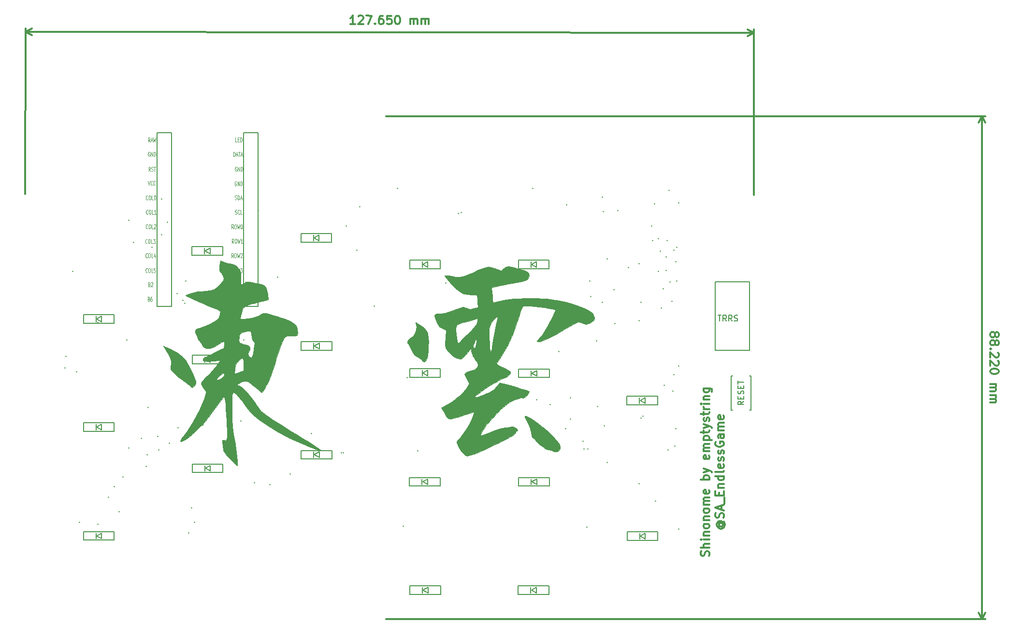
<source format=gbr>
G04 #@! TF.GenerationSoftware,KiCad,Pcbnew,(5.0.0)*
G04 #@! TF.CreationDate,2019-03-06T00:57:05+08:00*
G04 #@! TF.ProjectId,Shinonome,5368696E6F6E6F6D652E6B696361645F,rev?*
G04 #@! TF.SameCoordinates,Original*
G04 #@! TF.FileFunction,Legend,Top*
G04 #@! TF.FilePolarity,Positive*
%FSLAX46Y46*%
G04 Gerber Fmt 4.6, Leading zero omitted, Abs format (unit mm)*
G04 Created by KiCad (PCBNEW (5.0.0)) date 03/06/19 00:57:05*
%MOMM*%
%LPD*%
G01*
G04 APERTURE LIST*
%ADD10C,0.300000*%
%ADD11C,0.150000*%
%ADD12C,0.010000*%
%ADD13C,0.125000*%
G04 APERTURE END LIST*
D10*
X259788571Y-106481428D02*
X259860000Y-106338571D01*
X259931428Y-106267142D01*
X260074285Y-106195714D01*
X260145714Y-106195714D01*
X260288571Y-106267142D01*
X260360000Y-106338571D01*
X260431428Y-106481428D01*
X260431428Y-106767142D01*
X260360000Y-106910000D01*
X260288571Y-106981428D01*
X260145714Y-107052857D01*
X260074285Y-107052857D01*
X259931428Y-106981428D01*
X259860000Y-106910000D01*
X259788571Y-106767142D01*
X259788571Y-106481428D01*
X259717142Y-106338571D01*
X259645714Y-106267142D01*
X259502857Y-106195714D01*
X259217142Y-106195714D01*
X259074285Y-106267142D01*
X259002857Y-106338571D01*
X258931428Y-106481428D01*
X258931428Y-106767142D01*
X259002857Y-106910000D01*
X259074285Y-106981428D01*
X259217142Y-107052857D01*
X259502857Y-107052857D01*
X259645714Y-106981428D01*
X259717142Y-106910000D01*
X259788571Y-106767142D01*
X259788571Y-107910000D02*
X259860000Y-107767142D01*
X259931428Y-107695714D01*
X260074285Y-107624285D01*
X260145714Y-107624285D01*
X260288571Y-107695714D01*
X260360000Y-107767142D01*
X260431428Y-107910000D01*
X260431428Y-108195714D01*
X260360000Y-108338571D01*
X260288571Y-108410000D01*
X260145714Y-108481428D01*
X260074285Y-108481428D01*
X259931428Y-108410000D01*
X259860000Y-108338571D01*
X259788571Y-108195714D01*
X259788571Y-107910000D01*
X259717142Y-107767142D01*
X259645714Y-107695714D01*
X259502857Y-107624285D01*
X259217142Y-107624285D01*
X259074285Y-107695714D01*
X259002857Y-107767142D01*
X258931428Y-107910000D01*
X258931428Y-108195714D01*
X259002857Y-108338571D01*
X259074285Y-108410000D01*
X259217142Y-108481428D01*
X259502857Y-108481428D01*
X259645714Y-108410000D01*
X259717142Y-108338571D01*
X259788571Y-108195714D01*
X259074285Y-109124285D02*
X259002857Y-109195714D01*
X258931428Y-109124285D01*
X259002857Y-109052857D01*
X259074285Y-109124285D01*
X258931428Y-109124285D01*
X260288571Y-109767142D02*
X260360000Y-109838571D01*
X260431428Y-109981428D01*
X260431428Y-110338571D01*
X260360000Y-110481428D01*
X260288571Y-110552857D01*
X260145714Y-110624285D01*
X260002857Y-110624285D01*
X259788571Y-110552857D01*
X258931428Y-109695714D01*
X258931428Y-110624285D01*
X260288571Y-111195714D02*
X260360000Y-111267142D01*
X260431428Y-111410000D01*
X260431428Y-111767142D01*
X260360000Y-111910000D01*
X260288571Y-111981428D01*
X260145714Y-112052857D01*
X260002857Y-112052857D01*
X259788571Y-111981428D01*
X258931428Y-111124285D01*
X258931428Y-112052857D01*
X260431428Y-112981428D02*
X260431428Y-113124285D01*
X260360000Y-113267142D01*
X260288571Y-113338571D01*
X260145714Y-113410000D01*
X259860000Y-113481428D01*
X259502857Y-113481428D01*
X259217142Y-113410000D01*
X259074285Y-113338571D01*
X259002857Y-113267142D01*
X258931428Y-113124285D01*
X258931428Y-112981428D01*
X259002857Y-112838571D01*
X259074285Y-112767142D01*
X259217142Y-112695714D01*
X259502857Y-112624285D01*
X259860000Y-112624285D01*
X260145714Y-112695714D01*
X260288571Y-112767142D01*
X260360000Y-112838571D01*
X260431428Y-112981428D01*
X258931428Y-115267142D02*
X259931428Y-115267142D01*
X259788571Y-115267142D02*
X259860000Y-115338571D01*
X259931428Y-115481428D01*
X259931428Y-115695714D01*
X259860000Y-115838571D01*
X259717142Y-115910000D01*
X258931428Y-115910000D01*
X259717142Y-115910000D02*
X259860000Y-115981428D01*
X259931428Y-116124285D01*
X259931428Y-116338571D01*
X259860000Y-116481428D01*
X259717142Y-116552857D01*
X258931428Y-116552857D01*
X258931428Y-117267142D02*
X259931428Y-117267142D01*
X259788571Y-117267142D02*
X259860000Y-117338571D01*
X259931428Y-117481428D01*
X259931428Y-117695714D01*
X259860000Y-117838571D01*
X259717142Y-117910000D01*
X258931428Y-117910000D01*
X259717142Y-117910000D02*
X259860000Y-117981428D01*
X259931428Y-118124285D01*
X259931428Y-118338571D01*
X259860000Y-118481428D01*
X259717142Y-118552857D01*
X258931428Y-118552857D01*
X257510000Y-68300000D02*
X257510000Y-156520000D01*
X153080000Y-68300000D02*
X258096421Y-68300000D01*
X153080000Y-156520000D02*
X258096421Y-156520000D01*
X257510000Y-156520000D02*
X256923579Y-155393496D01*
X257510000Y-156520000D02*
X258096421Y-155393496D01*
X257510000Y-68300000D02*
X256923579Y-69426504D01*
X257510000Y-68300000D02*
X258096421Y-69426504D01*
X147668706Y-52152035D02*
X146811563Y-52151028D01*
X147240135Y-52151531D02*
X147241897Y-50651532D01*
X147098788Y-50865650D01*
X146955763Y-51008339D01*
X146812822Y-51079600D01*
X148241729Y-50795565D02*
X148313241Y-50724220D01*
X148456182Y-50652959D01*
X148813325Y-50653379D01*
X148956098Y-50724975D01*
X149027442Y-50796488D01*
X149098703Y-50939429D01*
X149098535Y-51082286D01*
X149026855Y-51296487D01*
X148168705Y-52152623D01*
X149097276Y-52153714D01*
X149599038Y-50654302D02*
X150599038Y-50655477D01*
X149954418Y-52154721D01*
X151168871Y-52013291D02*
X151240216Y-52084803D01*
X151168703Y-52156148D01*
X151097359Y-52084635D01*
X151168871Y-52013291D01*
X151168703Y-52156148D01*
X152527608Y-50657744D02*
X152241894Y-50657408D01*
X152098953Y-50728669D01*
X152027440Y-50800013D01*
X151884332Y-51014131D01*
X151812567Y-51299761D01*
X151811896Y-51871189D01*
X151883156Y-52014130D01*
X151954501Y-52085643D01*
X152097274Y-52157239D01*
X152382988Y-52157575D01*
X152525929Y-52086314D01*
X152597442Y-52014969D01*
X152669038Y-51872196D01*
X152669458Y-51515054D01*
X152598197Y-51372113D01*
X152526852Y-51300600D01*
X152384079Y-51229004D01*
X152098365Y-51228668D01*
X151955424Y-51299929D01*
X151883912Y-51371273D01*
X151812315Y-51514047D01*
X154027607Y-50659506D02*
X153313322Y-50658667D01*
X153241054Y-51372868D01*
X153312566Y-51301524D01*
X153455507Y-51230263D01*
X153812650Y-51230683D01*
X153955423Y-51302279D01*
X154026767Y-51373791D01*
X154098028Y-51516732D01*
X154097608Y-51873875D01*
X154026012Y-52016648D01*
X153954500Y-52087993D01*
X153811559Y-52159253D01*
X153454416Y-52158834D01*
X153311643Y-52087237D01*
X153240298Y-52015725D01*
X155027606Y-50660681D02*
X155170463Y-50660849D01*
X155313236Y-50732446D01*
X155384581Y-50803958D01*
X155455842Y-50946899D01*
X155526934Y-51232697D01*
X155526515Y-51589840D01*
X155454750Y-51875470D01*
X155383154Y-52018243D01*
X155311642Y-52089588D01*
X155168701Y-52160848D01*
X155025844Y-52160680D01*
X154883070Y-52089084D01*
X154811726Y-52017571D01*
X154740465Y-51874630D01*
X154669372Y-51588832D01*
X154669792Y-51231690D01*
X154741556Y-50946060D01*
X154813153Y-50803287D01*
X154884665Y-50731942D01*
X155027606Y-50660681D01*
X157311556Y-52163366D02*
X157312731Y-51163367D01*
X157312563Y-51306224D02*
X157384076Y-51234879D01*
X157527017Y-51163619D01*
X157741302Y-51163871D01*
X157884076Y-51235467D01*
X157955336Y-51378408D01*
X157954413Y-52164122D01*
X157955336Y-51378408D02*
X158026933Y-51235635D01*
X158169874Y-51164374D01*
X158384159Y-51164626D01*
X158526932Y-51236222D01*
X158598193Y-51379163D01*
X158597270Y-52164877D01*
X159311555Y-52165716D02*
X159312730Y-51165717D01*
X159312562Y-51308574D02*
X159384075Y-51237230D01*
X159527015Y-51165969D01*
X159741301Y-51166221D01*
X159884074Y-51237817D01*
X159955335Y-51380758D01*
X159954412Y-52166472D01*
X159955335Y-51380758D02*
X160026931Y-51237985D01*
X160169872Y-51166724D01*
X160384158Y-51166976D01*
X160526931Y-51238572D01*
X160598192Y-51381513D01*
X160597268Y-52167227D01*
X89913460Y-53505598D02*
X217563460Y-53655598D01*
X89880000Y-81980000D02*
X89914149Y-52919177D01*
X217530000Y-82130000D02*
X217564149Y-53069177D01*
X217563460Y-53655598D02*
X216436268Y-54240695D01*
X217563460Y-53655598D02*
X216437646Y-53067854D01*
X89913460Y-53505598D02*
X91039274Y-54093342D01*
X89913460Y-53505598D02*
X91040652Y-52920501D01*
X209642142Y-145460000D02*
X209713571Y-145245714D01*
X209713571Y-144888571D01*
X209642142Y-144745714D01*
X209570714Y-144674285D01*
X209427857Y-144602857D01*
X209285000Y-144602857D01*
X209142142Y-144674285D01*
X209070714Y-144745714D01*
X208999285Y-144888571D01*
X208927857Y-145174285D01*
X208856428Y-145317142D01*
X208785000Y-145388571D01*
X208642142Y-145460000D01*
X208499285Y-145460000D01*
X208356428Y-145388571D01*
X208285000Y-145317142D01*
X208213571Y-145174285D01*
X208213571Y-144817142D01*
X208285000Y-144602857D01*
X209713571Y-143960000D02*
X208213571Y-143960000D01*
X209713571Y-143317142D02*
X208927857Y-143317142D01*
X208785000Y-143388571D01*
X208713571Y-143531428D01*
X208713571Y-143745714D01*
X208785000Y-143888571D01*
X208856428Y-143960000D01*
X209713571Y-142602857D02*
X208713571Y-142602857D01*
X208213571Y-142602857D02*
X208285000Y-142674285D01*
X208356428Y-142602857D01*
X208285000Y-142531428D01*
X208213571Y-142602857D01*
X208356428Y-142602857D01*
X208713571Y-141888571D02*
X209713571Y-141888571D01*
X208856428Y-141888571D02*
X208785000Y-141817142D01*
X208713571Y-141674285D01*
X208713571Y-141460000D01*
X208785000Y-141317142D01*
X208927857Y-141245714D01*
X209713571Y-141245714D01*
X209713571Y-140317142D02*
X209642142Y-140460000D01*
X209570714Y-140531428D01*
X209427857Y-140602857D01*
X208999285Y-140602857D01*
X208856428Y-140531428D01*
X208785000Y-140460000D01*
X208713571Y-140317142D01*
X208713571Y-140102857D01*
X208785000Y-139960000D01*
X208856428Y-139888571D01*
X208999285Y-139817142D01*
X209427857Y-139817142D01*
X209570714Y-139888571D01*
X209642142Y-139960000D01*
X209713571Y-140102857D01*
X209713571Y-140317142D01*
X208713571Y-139174285D02*
X209713571Y-139174285D01*
X208856428Y-139174285D02*
X208785000Y-139102857D01*
X208713571Y-138960000D01*
X208713571Y-138745714D01*
X208785000Y-138602857D01*
X208927857Y-138531428D01*
X209713571Y-138531428D01*
X209713571Y-137602857D02*
X209642142Y-137745714D01*
X209570714Y-137817142D01*
X209427857Y-137888571D01*
X208999285Y-137888571D01*
X208856428Y-137817142D01*
X208785000Y-137745714D01*
X208713571Y-137602857D01*
X208713571Y-137388571D01*
X208785000Y-137245714D01*
X208856428Y-137174285D01*
X208999285Y-137102857D01*
X209427857Y-137102857D01*
X209570714Y-137174285D01*
X209642142Y-137245714D01*
X209713571Y-137388571D01*
X209713571Y-137602857D01*
X209713571Y-136460000D02*
X208713571Y-136460000D01*
X208856428Y-136460000D02*
X208785000Y-136388571D01*
X208713571Y-136245714D01*
X208713571Y-136031428D01*
X208785000Y-135888571D01*
X208927857Y-135817142D01*
X209713571Y-135817142D01*
X208927857Y-135817142D02*
X208785000Y-135745714D01*
X208713571Y-135602857D01*
X208713571Y-135388571D01*
X208785000Y-135245714D01*
X208927857Y-135174285D01*
X209713571Y-135174285D01*
X209642142Y-133888571D02*
X209713571Y-134031428D01*
X209713571Y-134317142D01*
X209642142Y-134460000D01*
X209499285Y-134531428D01*
X208927857Y-134531428D01*
X208785000Y-134460000D01*
X208713571Y-134317142D01*
X208713571Y-134031428D01*
X208785000Y-133888571D01*
X208927857Y-133817142D01*
X209070714Y-133817142D01*
X209213571Y-134531428D01*
X209713571Y-132031428D02*
X208213571Y-132031428D01*
X208785000Y-132031428D02*
X208713571Y-131888571D01*
X208713571Y-131602857D01*
X208785000Y-131460000D01*
X208856428Y-131388571D01*
X208999285Y-131317142D01*
X209427857Y-131317142D01*
X209570714Y-131388571D01*
X209642142Y-131460000D01*
X209713571Y-131602857D01*
X209713571Y-131888571D01*
X209642142Y-132031428D01*
X208713571Y-130817142D02*
X209713571Y-130460000D01*
X208713571Y-130102857D02*
X209713571Y-130460000D01*
X210070714Y-130602857D01*
X210142142Y-130674285D01*
X210213571Y-130817142D01*
X209642142Y-127817142D02*
X209713571Y-127960000D01*
X209713571Y-128245714D01*
X209642142Y-128388571D01*
X209499285Y-128460000D01*
X208927857Y-128460000D01*
X208785000Y-128388571D01*
X208713571Y-128245714D01*
X208713571Y-127960000D01*
X208785000Y-127817142D01*
X208927857Y-127745714D01*
X209070714Y-127745714D01*
X209213571Y-128460000D01*
X209713571Y-127102857D02*
X208713571Y-127102857D01*
X208856428Y-127102857D02*
X208785000Y-127031428D01*
X208713571Y-126888571D01*
X208713571Y-126674285D01*
X208785000Y-126531428D01*
X208927857Y-126460000D01*
X209713571Y-126460000D01*
X208927857Y-126460000D02*
X208785000Y-126388571D01*
X208713571Y-126245714D01*
X208713571Y-126031428D01*
X208785000Y-125888571D01*
X208927857Y-125817142D01*
X209713571Y-125817142D01*
X208713571Y-125102857D02*
X210213571Y-125102857D01*
X208785000Y-125102857D02*
X208713571Y-124960000D01*
X208713571Y-124674285D01*
X208785000Y-124531428D01*
X208856428Y-124460000D01*
X208999285Y-124388571D01*
X209427857Y-124388571D01*
X209570714Y-124460000D01*
X209642142Y-124531428D01*
X209713571Y-124674285D01*
X209713571Y-124960000D01*
X209642142Y-125102857D01*
X208713571Y-123960000D02*
X208713571Y-123388571D01*
X208213571Y-123745714D02*
X209499285Y-123745714D01*
X209642142Y-123674285D01*
X209713571Y-123531428D01*
X209713571Y-123388571D01*
X208713571Y-123031428D02*
X209713571Y-122674285D01*
X208713571Y-122317142D02*
X209713571Y-122674285D01*
X210070714Y-122817142D01*
X210142142Y-122888571D01*
X210213571Y-123031428D01*
X209642142Y-121817142D02*
X209713571Y-121674285D01*
X209713571Y-121388571D01*
X209642142Y-121245714D01*
X209499285Y-121174285D01*
X209427857Y-121174285D01*
X209285000Y-121245714D01*
X209213571Y-121388571D01*
X209213571Y-121602857D01*
X209142142Y-121745714D01*
X208999285Y-121817142D01*
X208927857Y-121817142D01*
X208785000Y-121745714D01*
X208713571Y-121602857D01*
X208713571Y-121388571D01*
X208785000Y-121245714D01*
X208713571Y-120745714D02*
X208713571Y-120174285D01*
X208213571Y-120531428D02*
X209499285Y-120531428D01*
X209642142Y-120460000D01*
X209713571Y-120317142D01*
X209713571Y-120174285D01*
X209713571Y-119674285D02*
X208713571Y-119674285D01*
X208999285Y-119674285D02*
X208856428Y-119602857D01*
X208785000Y-119531428D01*
X208713571Y-119388571D01*
X208713571Y-119245714D01*
X209713571Y-118745714D02*
X208713571Y-118745714D01*
X208213571Y-118745714D02*
X208285000Y-118817142D01*
X208356428Y-118745714D01*
X208285000Y-118674285D01*
X208213571Y-118745714D01*
X208356428Y-118745714D01*
X208713571Y-118031428D02*
X209713571Y-118031428D01*
X208856428Y-118031428D02*
X208785000Y-117960000D01*
X208713571Y-117817142D01*
X208713571Y-117602857D01*
X208785000Y-117460000D01*
X208927857Y-117388571D01*
X209713571Y-117388571D01*
X208713571Y-116031428D02*
X209927857Y-116031428D01*
X210070714Y-116102857D01*
X210142142Y-116174285D01*
X210213571Y-116317142D01*
X210213571Y-116531428D01*
X210142142Y-116674285D01*
X209642142Y-116031428D02*
X209713571Y-116174285D01*
X209713571Y-116460000D01*
X209642142Y-116602857D01*
X209570714Y-116674285D01*
X209427857Y-116745714D01*
X208999285Y-116745714D01*
X208856428Y-116674285D01*
X208785000Y-116602857D01*
X208713571Y-116460000D01*
X208713571Y-116174285D01*
X208785000Y-116031428D01*
X211549285Y-139674285D02*
X211477857Y-139745714D01*
X211406428Y-139888571D01*
X211406428Y-140031428D01*
X211477857Y-140174285D01*
X211549285Y-140245714D01*
X211692142Y-140317142D01*
X211835000Y-140317142D01*
X211977857Y-140245714D01*
X212049285Y-140174285D01*
X212120714Y-140031428D01*
X212120714Y-139888571D01*
X212049285Y-139745714D01*
X211977857Y-139674285D01*
X211406428Y-139674285D02*
X211977857Y-139674285D01*
X212049285Y-139602857D01*
X212049285Y-139531428D01*
X211977857Y-139388571D01*
X211835000Y-139317142D01*
X211477857Y-139317142D01*
X211263571Y-139460000D01*
X211120714Y-139674285D01*
X211049285Y-139960000D01*
X211120714Y-140245714D01*
X211263571Y-140460000D01*
X211477857Y-140602857D01*
X211763571Y-140674285D01*
X212049285Y-140602857D01*
X212263571Y-140460000D01*
X212406428Y-140245714D01*
X212477857Y-139960000D01*
X212406428Y-139674285D01*
X212263571Y-139460000D01*
X212192142Y-138745714D02*
X212263571Y-138531428D01*
X212263571Y-138174285D01*
X212192142Y-138031428D01*
X212120714Y-137960000D01*
X211977857Y-137888571D01*
X211835000Y-137888571D01*
X211692142Y-137960000D01*
X211620714Y-138031428D01*
X211549285Y-138174285D01*
X211477857Y-138460000D01*
X211406428Y-138602857D01*
X211335000Y-138674285D01*
X211192142Y-138745714D01*
X211049285Y-138745714D01*
X210906428Y-138674285D01*
X210835000Y-138602857D01*
X210763571Y-138460000D01*
X210763571Y-138102857D01*
X210835000Y-137888571D01*
X211835000Y-137317142D02*
X211835000Y-136602857D01*
X212263571Y-137460000D02*
X210763571Y-136960000D01*
X212263571Y-136460000D01*
X212406428Y-136317142D02*
X212406428Y-135174285D01*
X211477857Y-134817142D02*
X211477857Y-134317142D01*
X212263571Y-134102857D02*
X212263571Y-134817142D01*
X210763571Y-134817142D01*
X210763571Y-134102857D01*
X211263571Y-133460000D02*
X212263571Y-133460000D01*
X211406428Y-133460000D02*
X211335000Y-133388571D01*
X211263571Y-133245714D01*
X211263571Y-133031428D01*
X211335000Y-132888571D01*
X211477857Y-132817142D01*
X212263571Y-132817142D01*
X212263571Y-131460000D02*
X210763571Y-131460000D01*
X212192142Y-131460000D02*
X212263571Y-131602857D01*
X212263571Y-131888571D01*
X212192142Y-132031428D01*
X212120714Y-132102857D01*
X211977857Y-132174285D01*
X211549285Y-132174285D01*
X211406428Y-132102857D01*
X211335000Y-132031428D01*
X211263571Y-131888571D01*
X211263571Y-131602857D01*
X211335000Y-131460000D01*
X212263571Y-130531428D02*
X212192142Y-130674285D01*
X212049285Y-130745714D01*
X210763571Y-130745714D01*
X212192142Y-129388571D02*
X212263571Y-129531428D01*
X212263571Y-129817142D01*
X212192142Y-129960000D01*
X212049285Y-130031428D01*
X211477857Y-130031428D01*
X211335000Y-129960000D01*
X211263571Y-129817142D01*
X211263571Y-129531428D01*
X211335000Y-129388571D01*
X211477857Y-129317142D01*
X211620714Y-129317142D01*
X211763571Y-130031428D01*
X212192142Y-128745714D02*
X212263571Y-128602857D01*
X212263571Y-128317142D01*
X212192142Y-128174285D01*
X212049285Y-128102857D01*
X211977857Y-128102857D01*
X211835000Y-128174285D01*
X211763571Y-128317142D01*
X211763571Y-128531428D01*
X211692142Y-128674285D01*
X211549285Y-128745714D01*
X211477857Y-128745714D01*
X211335000Y-128674285D01*
X211263571Y-128531428D01*
X211263571Y-128317142D01*
X211335000Y-128174285D01*
X212192142Y-127531428D02*
X212263571Y-127388571D01*
X212263571Y-127102857D01*
X212192142Y-126960000D01*
X212049285Y-126888571D01*
X211977857Y-126888571D01*
X211835000Y-126960000D01*
X211763571Y-127102857D01*
X211763571Y-127317142D01*
X211692142Y-127460000D01*
X211549285Y-127531428D01*
X211477857Y-127531428D01*
X211335000Y-127460000D01*
X211263571Y-127317142D01*
X211263571Y-127102857D01*
X211335000Y-126960000D01*
X210835000Y-125460000D02*
X210763571Y-125602857D01*
X210763571Y-125817142D01*
X210835000Y-126031428D01*
X210977857Y-126174285D01*
X211120714Y-126245714D01*
X211406428Y-126317142D01*
X211620714Y-126317142D01*
X211906428Y-126245714D01*
X212049285Y-126174285D01*
X212192142Y-126031428D01*
X212263571Y-125817142D01*
X212263571Y-125674285D01*
X212192142Y-125460000D01*
X212120714Y-125388571D01*
X211620714Y-125388571D01*
X211620714Y-125674285D01*
X212263571Y-124102857D02*
X211477857Y-124102857D01*
X211335000Y-124174285D01*
X211263571Y-124317142D01*
X211263571Y-124602857D01*
X211335000Y-124745714D01*
X212192142Y-124102857D02*
X212263571Y-124245714D01*
X212263571Y-124602857D01*
X212192142Y-124745714D01*
X212049285Y-124817142D01*
X211906428Y-124817142D01*
X211763571Y-124745714D01*
X211692142Y-124602857D01*
X211692142Y-124245714D01*
X211620714Y-124102857D01*
X212263571Y-123388571D02*
X211263571Y-123388571D01*
X211406428Y-123388571D02*
X211335000Y-123317142D01*
X211263571Y-123174285D01*
X211263571Y-122960000D01*
X211335000Y-122817142D01*
X211477857Y-122745714D01*
X212263571Y-122745714D01*
X211477857Y-122745714D02*
X211335000Y-122674285D01*
X211263571Y-122531428D01*
X211263571Y-122317142D01*
X211335000Y-122174285D01*
X211477857Y-122102857D01*
X212263571Y-122102857D01*
X212192142Y-120817142D02*
X212263571Y-120960000D01*
X212263571Y-121245714D01*
X212192142Y-121388571D01*
X212049285Y-121460000D01*
X211477857Y-121460000D01*
X211335000Y-121388571D01*
X211263571Y-121245714D01*
X211263571Y-120960000D01*
X211335000Y-120817142D01*
X211477857Y-120745714D01*
X211620714Y-120745714D01*
X211763571Y-121460000D01*
D11*
G04 #@! TO.C,U2*
X128156400Y-101652000D02*
X128156400Y-71172000D01*
X130696400Y-101652000D02*
X128156400Y-101652000D01*
X130696400Y-71172000D02*
X130696400Y-101652000D01*
X128156400Y-71172000D02*
X130696400Y-71172000D01*
X112936400Y-101652000D02*
X112936400Y-71172000D01*
X115476400Y-101652000D02*
X112936400Y-101652000D01*
X115476400Y-71172000D02*
X115476400Y-101652000D01*
X112936400Y-71172000D02*
X115476400Y-71172000D01*
G04 #@! TO.C,D1*
X102370000Y-103870000D02*
X103270000Y-103370000D01*
X103270000Y-103370000D02*
X103270000Y-104370000D01*
X103270000Y-104370000D02*
X102370000Y-103870000D01*
X102270000Y-103370000D02*
X102270000Y-104370000D01*
X105470000Y-103120000D02*
X100070000Y-103120000D01*
X100070000Y-103120000D02*
X100070000Y-104620000D01*
X100070000Y-104620000D02*
X105470000Y-104620000D01*
X105470000Y-104620000D02*
X105470000Y-103120000D01*
G04 #@! TO.C,D2*
X102370000Y-122820000D02*
X103270000Y-122320000D01*
X103270000Y-122320000D02*
X103270000Y-123320000D01*
X103270000Y-123320000D02*
X102370000Y-122820000D01*
X102270000Y-122320000D02*
X102270000Y-123320000D01*
X105470000Y-122070000D02*
X100070000Y-122070000D01*
X100070000Y-122070000D02*
X100070000Y-123570000D01*
X100070000Y-123570000D02*
X105470000Y-123570000D01*
X105470000Y-123570000D02*
X105470000Y-122070000D01*
G04 #@! TO.C,D3*
X102370000Y-141930000D02*
X103270000Y-141430000D01*
X103270000Y-141430000D02*
X103270000Y-142430000D01*
X103270000Y-142430000D02*
X102370000Y-141930000D01*
X102270000Y-141430000D02*
X102270000Y-142430000D01*
X105470000Y-141180000D02*
X100070000Y-141180000D01*
X100070000Y-141180000D02*
X100070000Y-142680000D01*
X100070000Y-142680000D02*
X105470000Y-142680000D01*
X105470000Y-142680000D02*
X105470000Y-141180000D01*
G04 #@! TO.C,D4*
X124490000Y-92660000D02*
X124490000Y-91160000D01*
X119090000Y-92660000D02*
X124490000Y-92660000D01*
X119090000Y-91160000D02*
X119090000Y-92660000D01*
X124490000Y-91160000D02*
X119090000Y-91160000D01*
X121290000Y-91410000D02*
X121290000Y-92410000D01*
X122290000Y-92410000D02*
X121390000Y-91910000D01*
X122290000Y-91410000D02*
X122290000Y-92410000D01*
X121390000Y-91910000D02*
X122290000Y-91410000D01*
G04 #@! TO.C,D5*
X124520000Y-111730000D02*
X124520000Y-110230000D01*
X119120000Y-111730000D02*
X124520000Y-111730000D01*
X119120000Y-110230000D02*
X119120000Y-111730000D01*
X124520000Y-110230000D02*
X119120000Y-110230000D01*
X121320000Y-110480000D02*
X121320000Y-111480000D01*
X122320000Y-111480000D02*
X121420000Y-110980000D01*
X122320000Y-110480000D02*
X122320000Y-111480000D01*
X121420000Y-110980000D02*
X122320000Y-110480000D01*
G04 #@! TO.C,D6*
X124530000Y-130820000D02*
X124530000Y-129320000D01*
X119130000Y-130820000D02*
X124530000Y-130820000D01*
X119130000Y-129320000D02*
X119130000Y-130820000D01*
X124530000Y-129320000D02*
X119130000Y-129320000D01*
X121330000Y-129570000D02*
X121330000Y-130570000D01*
X122330000Y-130570000D02*
X121430000Y-130070000D01*
X122330000Y-129570000D02*
X122330000Y-130570000D01*
X121430000Y-130070000D02*
X122330000Y-129570000D01*
G04 #@! TO.C,D7*
X140480000Y-89670000D02*
X141380000Y-89170000D01*
X141380000Y-89170000D02*
X141380000Y-90170000D01*
X141380000Y-90170000D02*
X140480000Y-89670000D01*
X140380000Y-89170000D02*
X140380000Y-90170000D01*
X143580000Y-88920000D02*
X138180000Y-88920000D01*
X138180000Y-88920000D02*
X138180000Y-90420000D01*
X138180000Y-90420000D02*
X143580000Y-90420000D01*
X143580000Y-90420000D02*
X143580000Y-88920000D01*
G04 #@! TO.C,D8*
X140490000Y-108620000D02*
X141390000Y-108120000D01*
X141390000Y-108120000D02*
X141390000Y-109120000D01*
X141390000Y-109120000D02*
X140490000Y-108620000D01*
X140390000Y-108120000D02*
X140390000Y-109120000D01*
X143590000Y-107870000D02*
X138190000Y-107870000D01*
X138190000Y-107870000D02*
X138190000Y-109370000D01*
X138190000Y-109370000D02*
X143590000Y-109370000D01*
X143590000Y-109370000D02*
X143590000Y-107870000D01*
G04 #@! TO.C,D9*
X140500000Y-127690000D02*
X141400000Y-127190000D01*
X141400000Y-127190000D02*
X141400000Y-128190000D01*
X141400000Y-128190000D02*
X140500000Y-127690000D01*
X140400000Y-127190000D02*
X140400000Y-128190000D01*
X143600000Y-126940000D02*
X138200000Y-126940000D01*
X138200000Y-126940000D02*
X138200000Y-128440000D01*
X138200000Y-128440000D02*
X143600000Y-128440000D01*
X143600000Y-128440000D02*
X143600000Y-126940000D01*
G04 #@! TO.C,D10*
X162630000Y-95040000D02*
X162630000Y-93540000D01*
X157230000Y-95040000D02*
X162630000Y-95040000D01*
X157230000Y-93540000D02*
X157230000Y-95040000D01*
X162630000Y-93540000D02*
X157230000Y-93540000D01*
X159430000Y-93790000D02*
X159430000Y-94790000D01*
X160430000Y-94790000D02*
X159530000Y-94290000D01*
X160430000Y-93790000D02*
X160430000Y-94790000D01*
X159530000Y-94290000D02*
X160430000Y-93790000D01*
G04 #@! TO.C,D11*
X162620000Y-114110000D02*
X162620000Y-112610000D01*
X157220000Y-114110000D02*
X162620000Y-114110000D01*
X157220000Y-112610000D02*
X157220000Y-114110000D01*
X162620000Y-112610000D02*
X157220000Y-112610000D01*
X159420000Y-112860000D02*
X159420000Y-113860000D01*
X160420000Y-113860000D02*
X159520000Y-113360000D01*
X160420000Y-112860000D02*
X160420000Y-113860000D01*
X159520000Y-113360000D02*
X160420000Y-112860000D01*
G04 #@! TO.C,D12*
X162600000Y-133190000D02*
X162600000Y-131690000D01*
X157200000Y-133190000D02*
X162600000Y-133190000D01*
X157200000Y-131690000D02*
X157200000Y-133190000D01*
X162600000Y-131690000D02*
X157200000Y-131690000D01*
X159400000Y-131940000D02*
X159400000Y-132940000D01*
X160400000Y-132940000D02*
X159500000Y-132440000D01*
X160400000Y-131940000D02*
X160400000Y-132940000D01*
X159500000Y-132440000D02*
X160400000Y-131940000D01*
G04 #@! TO.C,D13*
X159540000Y-151450000D02*
X160440000Y-150950000D01*
X160440000Y-150950000D02*
X160440000Y-151950000D01*
X160440000Y-151950000D02*
X159540000Y-151450000D01*
X159440000Y-150950000D02*
X159440000Y-151950000D01*
X162640000Y-150700000D02*
X157240000Y-150700000D01*
X157240000Y-150700000D02*
X157240000Y-152200000D01*
X157240000Y-152200000D02*
X162640000Y-152200000D01*
X162640000Y-152200000D02*
X162640000Y-150700000D01*
G04 #@! TO.C,D14*
X178580000Y-94310000D02*
X179480000Y-93810000D01*
X179480000Y-93810000D02*
X179480000Y-94810000D01*
X179480000Y-94810000D02*
X178580000Y-94310000D01*
X178480000Y-93810000D02*
X178480000Y-94810000D01*
X181680000Y-93560000D02*
X176280000Y-93560000D01*
X176280000Y-93560000D02*
X176280000Y-95060000D01*
X176280000Y-95060000D02*
X181680000Y-95060000D01*
X181680000Y-95060000D02*
X181680000Y-93560000D01*
G04 #@! TO.C,D15*
X181690000Y-114150000D02*
X181690000Y-112650000D01*
X176290000Y-114150000D02*
X181690000Y-114150000D01*
X176290000Y-112650000D02*
X176290000Y-114150000D01*
X181690000Y-112650000D02*
X176290000Y-112650000D01*
X178490000Y-112900000D02*
X178490000Y-113900000D01*
X179490000Y-113900000D02*
X178590000Y-113400000D01*
X179490000Y-112900000D02*
X179490000Y-113900000D01*
X178590000Y-113400000D02*
X179490000Y-112900000D01*
G04 #@! TO.C,D16*
X178610000Y-132440000D02*
X179510000Y-131940000D01*
X179510000Y-131940000D02*
X179510000Y-132940000D01*
X179510000Y-132940000D02*
X178610000Y-132440000D01*
X178510000Y-131940000D02*
X178510000Y-132940000D01*
X181710000Y-131690000D02*
X176310000Y-131690000D01*
X176310000Y-131690000D02*
X176310000Y-133190000D01*
X176310000Y-133190000D02*
X181710000Y-133190000D01*
X181710000Y-133190000D02*
X181710000Y-131690000D01*
G04 #@! TO.C,D17*
X178560000Y-151440000D02*
X179460000Y-150940000D01*
X179460000Y-150940000D02*
X179460000Y-151940000D01*
X179460000Y-151940000D02*
X178560000Y-151440000D01*
X178460000Y-150940000D02*
X178460000Y-151940000D01*
X181660000Y-150690000D02*
X176260000Y-150690000D01*
X176260000Y-150690000D02*
X176260000Y-152190000D01*
X176260000Y-152190000D02*
X181660000Y-152190000D01*
X181660000Y-152190000D02*
X181660000Y-150690000D01*
G04 #@! TO.C,D18*
X197610000Y-118170000D02*
X198510000Y-117670000D01*
X198510000Y-117670000D02*
X198510000Y-118670000D01*
X198510000Y-118670000D02*
X197610000Y-118170000D01*
X197510000Y-117670000D02*
X197510000Y-118670000D01*
X200710000Y-117420000D02*
X195310000Y-117420000D01*
X195310000Y-117420000D02*
X195310000Y-118920000D01*
X195310000Y-118920000D02*
X200710000Y-118920000D01*
X200710000Y-118920000D02*
X200710000Y-117420000D01*
G04 #@! TO.C,D19*
X197630000Y-141940000D02*
X198530000Y-141440000D01*
X198530000Y-141440000D02*
X198530000Y-142440000D01*
X198530000Y-142440000D02*
X197630000Y-141940000D01*
X197530000Y-141440000D02*
X197530000Y-142440000D01*
X200730000Y-141190000D02*
X195330000Y-141190000D01*
X195330000Y-141190000D02*
X195330000Y-142690000D01*
X195330000Y-142690000D02*
X200730000Y-142690000D01*
X200730000Y-142690000D02*
X200730000Y-141190000D01*
G04 #@! TO.C,J1*
X210760000Y-109330000D02*
X210760000Y-97330000D01*
X216760000Y-109330000D02*
X210760000Y-109330000D01*
X216760000Y-97330000D02*
X216760000Y-109330000D01*
X210760000Y-97330000D02*
X216760000Y-97330000D01*
G04 #@! TO.C,SW20*
X213560000Y-113860000D02*
X213560000Y-119860000D01*
X213560000Y-119860000D02*
X213810000Y-119860000D01*
X213560000Y-113860000D02*
X213810000Y-113860000D01*
X217060000Y-113860000D02*
X216810000Y-113860000D01*
X217060000Y-113860000D02*
X217060000Y-119860000D01*
X217060000Y-119860000D02*
X216810000Y-119860000D01*
D12*
G04 #@! TO.C,G\002A\002A\002A*
G36*
X128226667Y-107508666D02*
X128142000Y-107593333D01*
X128057334Y-107508666D01*
X128142000Y-107424000D01*
X128226667Y-107508666D01*
X128226667Y-107508666D01*
G37*
X128226667Y-107508666D02*
X128142000Y-107593333D01*
X128057334Y-107508666D01*
X128142000Y-107424000D01*
X128226667Y-107508666D01*
G36*
X178857334Y-80923333D02*
X178772667Y-81008000D01*
X178688000Y-80923333D01*
X178772667Y-80838666D01*
X178857334Y-80923333D01*
X178857334Y-80923333D01*
G37*
X178857334Y-80923333D02*
X178772667Y-81008000D01*
X178688000Y-80923333D01*
X178772667Y-80838666D01*
X178857334Y-80923333D01*
G36*
X155150667Y-80923333D02*
X155066000Y-81008000D01*
X154981334Y-80923333D01*
X155066000Y-80838666D01*
X155150667Y-80923333D01*
X155150667Y-80923333D01*
G37*
X155150667Y-80923333D02*
X155066000Y-81008000D01*
X154981334Y-80923333D01*
X155066000Y-80838666D01*
X155150667Y-80923333D01*
G36*
X202733334Y-81262000D02*
X202648667Y-81346666D01*
X202564000Y-81262000D01*
X202648667Y-81177333D01*
X202733334Y-81262000D01*
X202733334Y-81262000D01*
G37*
X202733334Y-81262000D02*
X202648667Y-81346666D01*
X202564000Y-81262000D01*
X202648667Y-81177333D01*
X202733334Y-81262000D01*
G36*
X191049334Y-82447333D02*
X190964667Y-82532000D01*
X190880000Y-82447333D01*
X190964667Y-82362666D01*
X191049334Y-82447333D01*
X191049334Y-82447333D01*
G37*
X191049334Y-82447333D02*
X190964667Y-82532000D01*
X190880000Y-82447333D01*
X190964667Y-82362666D01*
X191049334Y-82447333D01*
G36*
X113833334Y-82786000D02*
X113748667Y-82870666D01*
X113664000Y-82786000D01*
X113748667Y-82701333D01*
X113833334Y-82786000D01*
X113833334Y-82786000D01*
G37*
X113833334Y-82786000D02*
X113748667Y-82870666D01*
X113664000Y-82786000D01*
X113748667Y-82701333D01*
X113833334Y-82786000D01*
G36*
X204426667Y-83463333D02*
X204342000Y-83548000D01*
X204257334Y-83463333D01*
X204342000Y-83378666D01*
X204426667Y-83463333D01*
X204426667Y-83463333D01*
G37*
X204426667Y-83463333D02*
X204342000Y-83548000D01*
X204257334Y-83463333D01*
X204342000Y-83378666D01*
X204426667Y-83463333D01*
G36*
X200193334Y-83632666D02*
X200108667Y-83717333D01*
X200024000Y-83632666D01*
X200108667Y-83548000D01*
X200193334Y-83632666D01*
X200193334Y-83632666D01*
G37*
X200193334Y-83632666D02*
X200108667Y-83717333D01*
X200024000Y-83632666D01*
X200108667Y-83548000D01*
X200193334Y-83632666D01*
G36*
X184784000Y-83802000D02*
X184699334Y-83886666D01*
X184614667Y-83802000D01*
X184699334Y-83717333D01*
X184784000Y-83802000D01*
X184784000Y-83802000D01*
G37*
X184784000Y-83802000D02*
X184699334Y-83886666D01*
X184614667Y-83802000D01*
X184699334Y-83717333D01*
X184784000Y-83802000D01*
G36*
X148546667Y-84140666D02*
X148462000Y-84225333D01*
X148377334Y-84140666D01*
X148462000Y-84056000D01*
X148546667Y-84140666D01*
X148546667Y-84140666D01*
G37*
X148546667Y-84140666D02*
X148462000Y-84225333D01*
X148377334Y-84140666D01*
X148462000Y-84056000D01*
X148546667Y-84140666D01*
G36*
X193758667Y-84818000D02*
X193674000Y-84902666D01*
X193589334Y-84818000D01*
X193674000Y-84733333D01*
X193758667Y-84818000D01*
X193758667Y-84818000D01*
G37*
X193758667Y-84818000D02*
X193674000Y-84902666D01*
X193589334Y-84818000D01*
X193674000Y-84733333D01*
X193758667Y-84818000D01*
G36*
X130766667Y-84818000D02*
X130682000Y-84902666D01*
X130597334Y-84818000D01*
X130682000Y-84733333D01*
X130766667Y-84818000D01*
X130766667Y-84818000D01*
G37*
X130766667Y-84818000D02*
X130682000Y-84902666D01*
X130597334Y-84818000D01*
X130682000Y-84733333D01*
X130766667Y-84818000D01*
G36*
X191218667Y-84987333D02*
X191134000Y-85072000D01*
X191049334Y-84987333D01*
X191134000Y-84902666D01*
X191218667Y-84987333D01*
X191218667Y-84987333D01*
G37*
X191218667Y-84987333D02*
X191134000Y-85072000D01*
X191049334Y-84987333D01*
X191134000Y-84902666D01*
X191218667Y-84987333D01*
G36*
X166326667Y-85156666D02*
X166242000Y-85241333D01*
X166157334Y-85156666D01*
X166242000Y-85072000D01*
X166326667Y-85156666D01*
X166326667Y-85156666D01*
G37*
X166326667Y-85156666D02*
X166242000Y-85241333D01*
X166157334Y-85156666D01*
X166242000Y-85072000D01*
X166326667Y-85156666D01*
G36*
X165818667Y-85326000D02*
X165734000Y-85410666D01*
X165649334Y-85326000D01*
X165734000Y-85241333D01*
X165818667Y-85326000D01*
X165818667Y-85326000D01*
G37*
X165818667Y-85326000D02*
X165734000Y-85410666D01*
X165649334Y-85326000D01*
X165734000Y-85241333D01*
X165818667Y-85326000D01*
G36*
X108076000Y-86511333D02*
X107991334Y-86596000D01*
X107906667Y-86511333D01*
X107991334Y-86426666D01*
X108076000Y-86511333D01*
X108076000Y-86511333D01*
G37*
X108076000Y-86511333D02*
X107991334Y-86596000D01*
X107906667Y-86511333D01*
X107991334Y-86426666D01*
X108076000Y-86511333D01*
G36*
X114849334Y-86850000D02*
X114764667Y-86934666D01*
X114680000Y-86850000D01*
X114764667Y-86765333D01*
X114849334Y-86850000D01*
X114849334Y-86850000D01*
G37*
X114849334Y-86850000D02*
X114764667Y-86934666D01*
X114680000Y-86850000D01*
X114764667Y-86765333D01*
X114849334Y-86850000D01*
G36*
X199685334Y-87527333D02*
X199600667Y-87612000D01*
X199516000Y-87527333D01*
X199600667Y-87442666D01*
X199685334Y-87527333D01*
X199685334Y-87527333D01*
G37*
X199685334Y-87527333D02*
X199600667Y-87612000D01*
X199516000Y-87527333D01*
X199600667Y-87442666D01*
X199685334Y-87527333D01*
G36*
X146176000Y-87527333D02*
X146091334Y-87612000D01*
X146006667Y-87527333D01*
X146091334Y-87442666D01*
X146176000Y-87527333D01*
X146176000Y-87527333D01*
G37*
X146176000Y-87527333D02*
X146091334Y-87612000D01*
X146006667Y-87527333D01*
X146091334Y-87442666D01*
X146176000Y-87527333D01*
G36*
X113833334Y-89051333D02*
X113748667Y-89136000D01*
X113664000Y-89051333D01*
X113748667Y-88966666D01*
X113833334Y-89051333D01*
X113833334Y-89051333D01*
G37*
X113833334Y-89051333D02*
X113748667Y-89136000D01*
X113664000Y-89051333D01*
X113748667Y-88966666D01*
X113833334Y-89051333D01*
G36*
X200870667Y-89728666D02*
X200786000Y-89813333D01*
X200701334Y-89728666D01*
X200786000Y-89644000D01*
X200870667Y-89728666D01*
X200870667Y-89728666D01*
G37*
X200870667Y-89728666D02*
X200786000Y-89813333D01*
X200701334Y-89728666D01*
X200786000Y-89644000D01*
X200870667Y-89728666D01*
G36*
X202394667Y-90067333D02*
X202310000Y-90152000D01*
X202225334Y-90067333D01*
X202310000Y-89982666D01*
X202394667Y-90067333D01*
X202394667Y-90067333D01*
G37*
X202394667Y-90067333D02*
X202310000Y-90152000D01*
X202225334Y-90067333D01*
X202310000Y-89982666D01*
X202394667Y-90067333D01*
G36*
X199854667Y-90067333D02*
X199770000Y-90152000D01*
X199685334Y-90067333D01*
X199770000Y-89982666D01*
X199854667Y-90067333D01*
X199854667Y-90067333D01*
G37*
X199854667Y-90067333D02*
X199770000Y-90152000D01*
X199685334Y-90067333D01*
X199770000Y-89982666D01*
X199854667Y-90067333D01*
G36*
X142450667Y-90406000D02*
X142366000Y-90490666D01*
X142281334Y-90406000D01*
X142366000Y-90321333D01*
X142450667Y-90406000D01*
X142450667Y-90406000D01*
G37*
X142450667Y-90406000D02*
X142366000Y-90490666D01*
X142281334Y-90406000D01*
X142366000Y-90321333D01*
X142450667Y-90406000D01*
G36*
X108922667Y-90406000D02*
X108838000Y-90490666D01*
X108753334Y-90406000D01*
X108838000Y-90321333D01*
X108922667Y-90406000D01*
X108922667Y-90406000D01*
G37*
X108922667Y-90406000D02*
X108838000Y-90490666D01*
X108753334Y-90406000D01*
X108838000Y-90321333D01*
X108922667Y-90406000D01*
G36*
X204088000Y-91252666D02*
X204003334Y-91337333D01*
X203918667Y-91252666D01*
X204003334Y-91168000D01*
X204088000Y-91252666D01*
X204088000Y-91252666D01*
G37*
X204088000Y-91252666D02*
X204003334Y-91337333D01*
X203918667Y-91252666D01*
X204003334Y-91168000D01*
X204088000Y-91252666D01*
G36*
X112140000Y-91252666D02*
X112055334Y-91337333D01*
X111970667Y-91252666D01*
X112055334Y-91168000D01*
X112140000Y-91252666D01*
X112140000Y-91252666D01*
G37*
X112140000Y-91252666D02*
X112055334Y-91337333D01*
X111970667Y-91252666D01*
X112055334Y-91168000D01*
X112140000Y-91252666D01*
G36*
X203580000Y-91760666D02*
X203495334Y-91845333D01*
X203410667Y-91760666D01*
X203495334Y-91676000D01*
X203580000Y-91760666D01*
X203580000Y-91760666D01*
G37*
X203580000Y-91760666D02*
X203495334Y-91845333D01*
X203410667Y-91760666D01*
X203495334Y-91676000D01*
X203580000Y-91760666D01*
G36*
X148038667Y-91760666D02*
X147954000Y-91845333D01*
X147869334Y-91760666D01*
X147954000Y-91676000D01*
X148038667Y-91760666D01*
X148038667Y-91760666D01*
G37*
X148038667Y-91760666D02*
X147954000Y-91845333D01*
X147869334Y-91760666D01*
X147954000Y-91676000D01*
X148038667Y-91760666D01*
G36*
X201209334Y-91930000D02*
X201124667Y-92014666D01*
X201040000Y-91930000D01*
X201124667Y-91845333D01*
X201209334Y-91930000D01*
X201209334Y-91930000D01*
G37*
X201209334Y-91930000D02*
X201124667Y-92014666D01*
X201040000Y-91930000D01*
X201124667Y-91845333D01*
X201209334Y-91930000D01*
G36*
X202225334Y-92946000D02*
X202140667Y-93030666D01*
X202056000Y-92946000D01*
X202140667Y-92861333D01*
X202225334Y-92946000D01*
X202225334Y-92946000D01*
G37*
X202225334Y-92946000D02*
X202140667Y-93030666D01*
X202056000Y-92946000D01*
X202140667Y-92861333D01*
X202225334Y-92946000D01*
G36*
X191896000Y-93284666D02*
X191811334Y-93369333D01*
X191726667Y-93284666D01*
X191811334Y-93200000D01*
X191896000Y-93284666D01*
X191896000Y-93284666D01*
G37*
X191896000Y-93284666D02*
X191811334Y-93369333D01*
X191726667Y-93284666D01*
X191811334Y-93200000D01*
X191896000Y-93284666D01*
G36*
X203918667Y-93792666D02*
X203834000Y-93877333D01*
X203749334Y-93792666D01*
X203834000Y-93708000D01*
X203918667Y-93792666D01*
X203918667Y-93792666D01*
G37*
X203918667Y-93792666D02*
X203834000Y-93877333D01*
X203749334Y-93792666D01*
X203834000Y-93708000D01*
X203918667Y-93792666D01*
G36*
X197484000Y-94131333D02*
X197399334Y-94216000D01*
X197314667Y-94131333D01*
X197399334Y-94046666D01*
X197484000Y-94131333D01*
X197484000Y-94131333D01*
G37*
X197484000Y-94131333D02*
X197399334Y-94216000D01*
X197314667Y-94131333D01*
X197399334Y-94046666D01*
X197484000Y-94131333D01*
G36*
X195621334Y-94808666D02*
X195536667Y-94893333D01*
X195452000Y-94808666D01*
X195536667Y-94724000D01*
X195621334Y-94808666D01*
X195621334Y-94808666D01*
G37*
X195621334Y-94808666D02*
X195536667Y-94893333D01*
X195452000Y-94808666D01*
X195536667Y-94724000D01*
X195621334Y-94808666D01*
G36*
X202225334Y-95316666D02*
X202140667Y-95401333D01*
X202056000Y-95316666D01*
X202140667Y-95232000D01*
X202225334Y-95316666D01*
X202225334Y-95316666D01*
G37*
X202225334Y-95316666D02*
X202140667Y-95401333D01*
X202056000Y-95316666D01*
X202140667Y-95232000D01*
X202225334Y-95316666D01*
G36*
X200870667Y-95486000D02*
X200786000Y-95570666D01*
X200701334Y-95486000D01*
X200786000Y-95401333D01*
X200870667Y-95486000D01*
X200870667Y-95486000D01*
G37*
X200870667Y-95486000D02*
X200786000Y-95570666D01*
X200701334Y-95486000D01*
X200786000Y-95401333D01*
X200870667Y-95486000D01*
G36*
X98254667Y-95486000D02*
X98170000Y-95570666D01*
X98085334Y-95486000D01*
X98170000Y-95401333D01*
X98254667Y-95486000D01*
X98254667Y-95486000D01*
G37*
X98254667Y-95486000D02*
X98170000Y-95570666D01*
X98085334Y-95486000D01*
X98170000Y-95401333D01*
X98254667Y-95486000D01*
G36*
X134153334Y-96502000D02*
X134068667Y-96586666D01*
X133984000Y-96502000D01*
X134068667Y-96417333D01*
X134153334Y-96502000D01*
X134153334Y-96502000D01*
G37*
X134153334Y-96502000D02*
X134068667Y-96586666D01*
X133984000Y-96502000D01*
X134068667Y-96417333D01*
X134153334Y-96502000D01*
G36*
X204088000Y-97179333D02*
X204003334Y-97264000D01*
X203918667Y-97179333D01*
X204003334Y-97094666D01*
X204088000Y-97179333D01*
X204088000Y-97179333D01*
G37*
X204088000Y-97179333D02*
X204003334Y-97264000D01*
X203918667Y-97179333D01*
X204003334Y-97094666D01*
X204088000Y-97179333D01*
G36*
X188848000Y-97179333D02*
X188763334Y-97264000D01*
X188678667Y-97179333D01*
X188763334Y-97094666D01*
X188848000Y-97179333D01*
X188848000Y-97179333D01*
G37*
X188848000Y-97179333D02*
X188763334Y-97264000D01*
X188678667Y-97179333D01*
X188763334Y-97094666D01*
X188848000Y-97179333D01*
G36*
X118066667Y-97179333D02*
X117982000Y-97264000D01*
X117897334Y-97179333D01*
X117982000Y-97094666D01*
X118066667Y-97179333D01*
X118066667Y-97179333D01*
G37*
X118066667Y-97179333D02*
X117982000Y-97264000D01*
X117897334Y-97179333D01*
X117982000Y-97094666D01*
X118066667Y-97179333D01*
G36*
X202902667Y-97348666D02*
X202818000Y-97433333D01*
X202733334Y-97348666D01*
X202818000Y-97264000D01*
X202902667Y-97348666D01*
X202902667Y-97348666D01*
G37*
X202902667Y-97348666D02*
X202818000Y-97433333D01*
X202733334Y-97348666D01*
X202818000Y-97264000D01*
X202902667Y-97348666D01*
G36*
X163617334Y-97518000D02*
X163532667Y-97602666D01*
X163448000Y-97518000D01*
X163532667Y-97433333D01*
X163617334Y-97518000D01*
X163617334Y-97518000D01*
G37*
X163617334Y-97518000D02*
X163532667Y-97602666D01*
X163448000Y-97518000D01*
X163532667Y-97433333D01*
X163617334Y-97518000D01*
G36*
X201717334Y-98534000D02*
X201632667Y-98618666D01*
X201548000Y-98534000D01*
X201632667Y-98449333D01*
X201717334Y-98534000D01*
X201717334Y-98534000D01*
G37*
X201717334Y-98534000D02*
X201632667Y-98618666D01*
X201548000Y-98534000D01*
X201632667Y-98449333D01*
X201717334Y-98534000D01*
G36*
X193081334Y-98703333D02*
X192996667Y-98788000D01*
X192912000Y-98703333D01*
X192996667Y-98618666D01*
X193081334Y-98703333D01*
X193081334Y-98703333D01*
G37*
X193081334Y-98703333D02*
X192996667Y-98788000D01*
X192912000Y-98703333D01*
X192996667Y-98618666D01*
X193081334Y-98703333D01*
G36*
X116542667Y-99380666D02*
X116458000Y-99465333D01*
X116373334Y-99380666D01*
X116458000Y-99296000D01*
X116542667Y-99380666D01*
X116542667Y-99380666D01*
G37*
X116542667Y-99380666D02*
X116458000Y-99465333D01*
X116373334Y-99380666D01*
X116458000Y-99296000D01*
X116542667Y-99380666D01*
G36*
X189017334Y-99888666D02*
X188932667Y-99973333D01*
X188848000Y-99888666D01*
X188932667Y-99804000D01*
X189017334Y-99888666D01*
X189017334Y-99888666D01*
G37*
X189017334Y-99888666D02*
X188932667Y-99973333D01*
X188848000Y-99888666D01*
X188932667Y-99804000D01*
X189017334Y-99888666D01*
G36*
X117558667Y-100566000D02*
X117474000Y-100650666D01*
X117389334Y-100566000D01*
X117474000Y-100481333D01*
X117558667Y-100566000D01*
X117558667Y-100566000D01*
G37*
X117558667Y-100566000D02*
X117474000Y-100650666D01*
X117389334Y-100566000D01*
X117474000Y-100481333D01*
X117558667Y-100566000D01*
G36*
X203241334Y-100735333D02*
X203156667Y-100820000D01*
X203072000Y-100735333D01*
X203156667Y-100650666D01*
X203241334Y-100735333D01*
X203241334Y-100735333D01*
G37*
X203241334Y-100735333D02*
X203156667Y-100820000D01*
X203072000Y-100735333D01*
X203156667Y-100650666D01*
X203241334Y-100735333D01*
G36*
X197822667Y-100904666D02*
X197738000Y-100989333D01*
X197653334Y-100904666D01*
X197738000Y-100820000D01*
X197822667Y-100904666D01*
X197822667Y-100904666D01*
G37*
X197822667Y-100904666D02*
X197738000Y-100989333D01*
X197653334Y-100904666D01*
X197738000Y-100820000D01*
X197822667Y-100904666D01*
G36*
X191049334Y-100904666D02*
X190964667Y-100989333D01*
X190880000Y-100904666D01*
X190964667Y-100820000D01*
X191049334Y-100904666D01*
X191049334Y-100904666D01*
G37*
X191049334Y-100904666D02*
X190964667Y-100989333D01*
X190880000Y-100904666D01*
X190964667Y-100820000D01*
X191049334Y-100904666D01*
G36*
X117897334Y-101074000D02*
X117812667Y-101158666D01*
X117728000Y-101074000D01*
X117812667Y-100989333D01*
X117897334Y-101074000D01*
X117897334Y-101074000D01*
G37*
X117897334Y-101074000D02*
X117812667Y-101158666D01*
X117728000Y-101074000D01*
X117812667Y-100989333D01*
X117897334Y-101074000D01*
G36*
X151086667Y-101582000D02*
X151002000Y-101666666D01*
X150917334Y-101582000D01*
X151002000Y-101497333D01*
X151086667Y-101582000D01*
X151086667Y-101582000D01*
G37*
X151086667Y-101582000D02*
X151002000Y-101666666D01*
X150917334Y-101582000D01*
X151002000Y-101497333D01*
X151086667Y-101582000D01*
G36*
X201378667Y-101920666D02*
X201294000Y-102005333D01*
X201209334Y-101920666D01*
X201294000Y-101836000D01*
X201378667Y-101920666D01*
X201378667Y-101920666D01*
G37*
X201378667Y-101920666D02*
X201294000Y-102005333D01*
X201209334Y-101920666D01*
X201294000Y-101836000D01*
X201378667Y-101920666D01*
G36*
X197484000Y-104122000D02*
X197399334Y-104206666D01*
X197314667Y-104122000D01*
X197399334Y-104037333D01*
X197484000Y-104122000D01*
X197484000Y-104122000D01*
G37*
X197484000Y-104122000D02*
X197399334Y-104206666D01*
X197314667Y-104122000D01*
X197399334Y-104037333D01*
X197484000Y-104122000D01*
G36*
X102657334Y-104460666D02*
X102572667Y-104545333D01*
X102488000Y-104460666D01*
X102572667Y-104376000D01*
X102657334Y-104460666D01*
X102657334Y-104460666D01*
G37*
X102657334Y-104460666D02*
X102572667Y-104545333D01*
X102488000Y-104460666D01*
X102572667Y-104376000D01*
X102657334Y-104460666D01*
G36*
X193250667Y-104630000D02*
X193166000Y-104714666D01*
X193081334Y-104630000D01*
X193166000Y-104545333D01*
X193250667Y-104630000D01*
X193250667Y-104630000D01*
G37*
X193250667Y-104630000D02*
X193166000Y-104714666D01*
X193081334Y-104630000D01*
X193166000Y-104545333D01*
X193250667Y-104630000D01*
G36*
X107737334Y-107508666D02*
X107652667Y-107593333D01*
X107568000Y-107508666D01*
X107652667Y-107424000D01*
X107737334Y-107508666D01*
X107737334Y-107508666D01*
G37*
X107737334Y-107508666D02*
X107652667Y-107593333D01*
X107568000Y-107508666D01*
X107652667Y-107424000D01*
X107737334Y-107508666D01*
G36*
X190033334Y-107678000D02*
X189948667Y-107762666D01*
X189864000Y-107678000D01*
X189948667Y-107593333D01*
X190033334Y-107678000D01*
X190033334Y-107678000D01*
G37*
X190033334Y-107678000D02*
X189948667Y-107762666D01*
X189864000Y-107678000D01*
X189948667Y-107593333D01*
X190033334Y-107678000D01*
G36*
X183429334Y-109540666D02*
X183344667Y-109625333D01*
X183260000Y-109540666D01*
X183344667Y-109456000D01*
X183429334Y-109540666D01*
X183429334Y-109540666D01*
G37*
X183429334Y-109540666D02*
X183344667Y-109625333D01*
X183260000Y-109540666D01*
X183344667Y-109456000D01*
X183429334Y-109540666D01*
G36*
X97069334Y-110387333D02*
X96984667Y-110472000D01*
X96900000Y-110387333D01*
X96984667Y-110302666D01*
X97069334Y-110387333D01*
X97069334Y-110387333D01*
G37*
X97069334Y-110387333D02*
X96984667Y-110472000D01*
X96900000Y-110387333D01*
X96984667Y-110302666D01*
X97069334Y-110387333D01*
G36*
X158481443Y-104580482D02*
X158932498Y-104860524D01*
X159108723Y-104976784D01*
X159712082Y-105426314D01*
X160128568Y-105885105D01*
X160385411Y-106424478D01*
X160509841Y-107115753D01*
X160529090Y-108030252D01*
X160505664Y-108635580D01*
X160452195Y-109423661D01*
X160380615Y-110124656D01*
X160301830Y-110644017D01*
X160251256Y-110841179D01*
X160030261Y-111208429D01*
X159765922Y-111383993D01*
X159544900Y-111323446D01*
X159490931Y-111230958D01*
X159293473Y-111009489D01*
X158908908Y-110740497D01*
X158757250Y-110655172D01*
X158131056Y-110226347D01*
X157679513Y-109655649D01*
X157343313Y-108905666D01*
X157168404Y-108504846D01*
X157013055Y-108285008D01*
X156979316Y-108270666D01*
X156861938Y-108139507D01*
X156874055Y-107835977D01*
X157002809Y-107495003D01*
X157061702Y-107406307D01*
X157390384Y-107133836D01*
X157645482Y-107015007D01*
X157932638Y-106773897D01*
X158187074Y-106315402D01*
X158368049Y-105760707D01*
X158434822Y-105230999D01*
X158364256Y-104877004D01*
X158232310Y-104593412D01*
X158259709Y-104493008D01*
X158481443Y-104580482D01*
X158481443Y-104580482D01*
G37*
X158481443Y-104580482D02*
X158932498Y-104860524D01*
X159108723Y-104976784D01*
X159712082Y-105426314D01*
X160128568Y-105885105D01*
X160385411Y-106424478D01*
X160509841Y-107115753D01*
X160529090Y-108030252D01*
X160505664Y-108635580D01*
X160452195Y-109423661D01*
X160380615Y-110124656D01*
X160301830Y-110644017D01*
X160251256Y-110841179D01*
X160030261Y-111208429D01*
X159765922Y-111383993D01*
X159544900Y-111323446D01*
X159490931Y-111230958D01*
X159293473Y-111009489D01*
X158908908Y-110740497D01*
X158757250Y-110655172D01*
X158131056Y-110226347D01*
X157679513Y-109655649D01*
X157343313Y-108905666D01*
X157168404Y-108504846D01*
X157013055Y-108285008D01*
X156979316Y-108270666D01*
X156861938Y-108139507D01*
X156874055Y-107835977D01*
X157002809Y-107495003D01*
X157061702Y-107406307D01*
X157390384Y-107133836D01*
X157645482Y-107015007D01*
X157932638Y-106773897D01*
X158187074Y-106315402D01*
X158368049Y-105760707D01*
X158434822Y-105230999D01*
X158364256Y-104877004D01*
X158232310Y-104593412D01*
X158259709Y-104493008D01*
X158481443Y-104580482D01*
G36*
X204426667Y-112080666D02*
X204342000Y-112165333D01*
X204257334Y-112080666D01*
X204342000Y-111996000D01*
X204426667Y-112080666D01*
X204426667Y-112080666D01*
G37*
X204426667Y-112080666D02*
X204342000Y-112165333D01*
X204257334Y-112080666D01*
X204342000Y-111996000D01*
X204426667Y-112080666D01*
G36*
X96900000Y-112419333D02*
X96815334Y-112504000D01*
X96730667Y-112419333D01*
X96815334Y-112334666D01*
X96900000Y-112419333D01*
X96900000Y-112419333D01*
G37*
X96900000Y-112419333D02*
X96815334Y-112504000D01*
X96730667Y-112419333D01*
X96815334Y-112334666D01*
X96900000Y-112419333D01*
G36*
X98932000Y-113096666D02*
X98847334Y-113181333D01*
X98762667Y-113096666D01*
X98847334Y-113012000D01*
X98932000Y-113096666D01*
X98932000Y-113096666D01*
G37*
X98932000Y-113096666D02*
X98847334Y-113181333D01*
X98762667Y-113096666D01*
X98847334Y-113012000D01*
X98932000Y-113096666D01*
G36*
X203580000Y-113604666D02*
X203495334Y-113689333D01*
X203410667Y-113604666D01*
X203495334Y-113520000D01*
X203580000Y-113604666D01*
X203580000Y-113604666D01*
G37*
X203580000Y-113604666D02*
X203495334Y-113689333D01*
X203410667Y-113604666D01*
X203495334Y-113520000D01*
X203580000Y-113604666D01*
G36*
X156844000Y-114112666D02*
X156759334Y-114197333D01*
X156674667Y-114112666D01*
X156759334Y-114028000D01*
X156844000Y-114112666D01*
X156844000Y-114112666D01*
G37*
X156844000Y-114112666D02*
X156759334Y-114197333D01*
X156674667Y-114112666D01*
X156759334Y-114028000D01*
X156844000Y-114112666D01*
G36*
X201886667Y-115467333D02*
X201802000Y-115552000D01*
X201717334Y-115467333D01*
X201802000Y-115382666D01*
X201886667Y-115467333D01*
X201886667Y-115467333D01*
G37*
X201886667Y-115467333D02*
X201802000Y-115552000D01*
X201717334Y-115467333D01*
X201802000Y-115382666D01*
X201886667Y-115467333D01*
G36*
X114285489Y-108678684D02*
X114696096Y-108863406D01*
X115256331Y-109128506D01*
X115468453Y-109231327D01*
X116500978Y-109791691D01*
X117301269Y-110380831D01*
X117942477Y-111076800D01*
X118497755Y-111957649D01*
X118992585Y-112991503D01*
X119300532Y-113721074D01*
X119548522Y-114354962D01*
X119708587Y-114818591D01*
X119754615Y-115023503D01*
X119647237Y-115387423D01*
X119407833Y-115723253D01*
X119141038Y-115888925D01*
X119115934Y-115890666D01*
X118876685Y-115768594D01*
X118711269Y-115594333D01*
X118468161Y-115359219D01*
X118028651Y-115009658D01*
X117480773Y-114615023D01*
X117389334Y-114552602D01*
X116630156Y-113993626D01*
X116004274Y-113445822D01*
X115550337Y-112951242D01*
X115306990Y-112551939D01*
X115311510Y-112291702D01*
X115470473Y-111830666D01*
X115417410Y-111192516D01*
X115168877Y-110450027D01*
X114741433Y-109675971D01*
X114703684Y-109620218D01*
X114379693Y-109131370D01*
X114163719Y-108772486D01*
X114096569Y-108612057D01*
X114101424Y-108609333D01*
X114285489Y-108678684D01*
X114285489Y-108678684D01*
G37*
X114285489Y-108678684D02*
X114696096Y-108863406D01*
X115256331Y-109128506D01*
X115468453Y-109231327D01*
X116500978Y-109791691D01*
X117301269Y-110380831D01*
X117942477Y-111076800D01*
X118497755Y-111957649D01*
X118992585Y-112991503D01*
X119300532Y-113721074D01*
X119548522Y-114354962D01*
X119708587Y-114818591D01*
X119754615Y-115023503D01*
X119647237Y-115387423D01*
X119407833Y-115723253D01*
X119141038Y-115888925D01*
X119115934Y-115890666D01*
X118876685Y-115768594D01*
X118711269Y-115594333D01*
X118468161Y-115359219D01*
X118028651Y-115009658D01*
X117480773Y-114615023D01*
X117389334Y-114552602D01*
X116630156Y-113993626D01*
X116004274Y-113445822D01*
X115550337Y-112951242D01*
X115306990Y-112551939D01*
X115311510Y-112291702D01*
X115470473Y-111830666D01*
X115417410Y-111192516D01*
X115168877Y-110450027D01*
X114741433Y-109675971D01*
X114703684Y-109620218D01*
X114379693Y-109131370D01*
X114163719Y-108772486D01*
X114096569Y-108612057D01*
X114101424Y-108609333D01*
X114285489Y-108678684D01*
G36*
X203410667Y-116483333D02*
X203326000Y-116568000D01*
X203241334Y-116483333D01*
X203326000Y-116398666D01*
X203410667Y-116483333D01*
X203410667Y-116483333D01*
G37*
X203410667Y-116483333D02*
X203326000Y-116568000D01*
X203241334Y-116483333D01*
X203326000Y-116398666D01*
X203410667Y-116483333D01*
G36*
X185461334Y-117668666D02*
X185376667Y-117753333D01*
X185292000Y-117668666D01*
X185376667Y-117584000D01*
X185461334Y-117668666D01*
X185461334Y-117668666D01*
G37*
X185461334Y-117668666D02*
X185376667Y-117753333D01*
X185292000Y-117668666D01*
X185376667Y-117584000D01*
X185461334Y-117668666D01*
G36*
X179534667Y-118007333D02*
X179450000Y-118092000D01*
X179365334Y-118007333D01*
X179450000Y-117922666D01*
X179534667Y-118007333D01*
X179534667Y-118007333D01*
G37*
X179534667Y-118007333D02*
X179450000Y-118092000D01*
X179365334Y-118007333D01*
X179450000Y-117922666D01*
X179534667Y-118007333D01*
G36*
X181905334Y-118854000D02*
X181820667Y-118938666D01*
X181736000Y-118854000D01*
X181820667Y-118769333D01*
X181905334Y-118854000D01*
X181905334Y-118854000D01*
G37*
X181905334Y-118854000D02*
X181820667Y-118938666D01*
X181736000Y-118854000D01*
X181820667Y-118769333D01*
X181905334Y-118854000D01*
G36*
X190202667Y-119192666D02*
X190118000Y-119277333D01*
X190033334Y-119192666D01*
X190118000Y-119108000D01*
X190202667Y-119192666D01*
X190202667Y-119192666D01*
G37*
X190202667Y-119192666D02*
X190118000Y-119277333D01*
X190033334Y-119192666D01*
X190118000Y-119108000D01*
X190202667Y-119192666D01*
G36*
X111462667Y-119362000D02*
X111378000Y-119446666D01*
X111293334Y-119362000D01*
X111378000Y-119277333D01*
X111462667Y-119362000D01*
X111462667Y-119362000D01*
G37*
X111462667Y-119362000D02*
X111378000Y-119446666D01*
X111293334Y-119362000D01*
X111378000Y-119277333D01*
X111462667Y-119362000D01*
G36*
X198161334Y-120886000D02*
X198076667Y-120970666D01*
X197992000Y-120886000D01*
X198076667Y-120801333D01*
X198161334Y-120886000D01*
X198161334Y-120886000D01*
G37*
X198161334Y-120886000D02*
X198076667Y-120970666D01*
X197992000Y-120886000D01*
X198076667Y-120801333D01*
X198161334Y-120886000D01*
G36*
X197822667Y-121224666D02*
X197738000Y-121309333D01*
X197653334Y-121224666D01*
X197738000Y-121140000D01*
X197822667Y-121224666D01*
X197822667Y-121224666D01*
G37*
X197822667Y-121224666D02*
X197738000Y-121309333D01*
X197653334Y-121224666D01*
X197738000Y-121140000D01*
X197822667Y-121224666D01*
G36*
X185461334Y-121394000D02*
X185376667Y-121478666D01*
X185292000Y-121394000D01*
X185376667Y-121309333D01*
X185461334Y-121394000D01*
X185461334Y-121394000D01*
G37*
X185461334Y-121394000D02*
X185376667Y-121478666D01*
X185292000Y-121394000D01*
X185376667Y-121309333D01*
X185461334Y-121394000D01*
G36*
X127718667Y-121732666D02*
X127634000Y-121817333D01*
X127549334Y-121732666D01*
X127634000Y-121648000D01*
X127718667Y-121732666D01*
X127718667Y-121732666D01*
G37*
X127718667Y-121732666D02*
X127634000Y-121817333D01*
X127549334Y-121732666D01*
X127634000Y-121648000D01*
X127718667Y-121732666D01*
G36*
X191388000Y-122579333D02*
X191303334Y-122664000D01*
X191218667Y-122579333D01*
X191303334Y-122494666D01*
X191388000Y-122579333D01*
X191388000Y-122579333D01*
G37*
X191388000Y-122579333D02*
X191303334Y-122664000D01*
X191218667Y-122579333D01*
X191303334Y-122494666D01*
X191388000Y-122579333D01*
G36*
X116712000Y-122918000D02*
X116627334Y-123002666D01*
X116542667Y-122918000D01*
X116627334Y-122833333D01*
X116712000Y-122918000D01*
X116712000Y-122918000D01*
G37*
X116712000Y-122918000D02*
X116627334Y-123002666D01*
X116542667Y-122918000D01*
X116627334Y-122833333D01*
X116712000Y-122918000D01*
G36*
X203918667Y-123087333D02*
X203834000Y-123172000D01*
X203749334Y-123087333D01*
X203834000Y-123002666D01*
X203918667Y-123087333D01*
X203918667Y-123087333D01*
G37*
X203918667Y-123087333D02*
X203834000Y-123172000D01*
X203749334Y-123087333D01*
X203834000Y-123002666D01*
X203918667Y-123087333D01*
G36*
X184614667Y-123087333D02*
X184530000Y-123172000D01*
X184445334Y-123087333D01*
X184530000Y-123002666D01*
X184614667Y-123087333D01*
X184614667Y-123087333D01*
G37*
X184614667Y-123087333D02*
X184530000Y-123172000D01*
X184445334Y-123087333D01*
X184530000Y-123002666D01*
X184614667Y-123087333D01*
G36*
X140080000Y-123934000D02*
X139995334Y-124018666D01*
X139910667Y-123934000D01*
X139995334Y-123849333D01*
X140080000Y-123934000D01*
X140080000Y-123934000D01*
G37*
X140080000Y-123934000D02*
X139995334Y-124018666D01*
X139910667Y-123934000D01*
X139995334Y-123849333D01*
X140080000Y-123934000D01*
G36*
X113156000Y-124442000D02*
X113071334Y-124526666D01*
X112986667Y-124442000D01*
X113071334Y-124357333D01*
X113156000Y-124442000D01*
X113156000Y-124442000D01*
G37*
X113156000Y-124442000D02*
X113071334Y-124526666D01*
X112986667Y-124442000D01*
X113071334Y-124357333D01*
X113156000Y-124442000D01*
G36*
X110277334Y-124780666D02*
X110192667Y-124865333D01*
X110108000Y-124780666D01*
X110192667Y-124696000D01*
X110277334Y-124780666D01*
X110277334Y-124780666D01*
G37*
X110277334Y-124780666D02*
X110192667Y-124865333D01*
X110108000Y-124780666D01*
X110192667Y-124696000D01*
X110277334Y-124780666D01*
G36*
X187662667Y-125288666D02*
X187578000Y-125373333D01*
X187493334Y-125288666D01*
X187578000Y-125204000D01*
X187662667Y-125288666D01*
X187662667Y-125288666D01*
G37*
X187662667Y-125288666D02*
X187578000Y-125373333D01*
X187493334Y-125288666D01*
X187578000Y-125204000D01*
X187662667Y-125288666D01*
G36*
X115188000Y-125627333D02*
X115103334Y-125712000D01*
X115018667Y-125627333D01*
X115103334Y-125542666D01*
X115188000Y-125627333D01*
X115188000Y-125627333D01*
G37*
X115188000Y-125627333D02*
X115103334Y-125712000D01*
X115018667Y-125627333D01*
X115103334Y-125542666D01*
X115188000Y-125627333D01*
G36*
X203749334Y-126135333D02*
X203664667Y-126220000D01*
X203580000Y-126135333D01*
X203664667Y-126050666D01*
X203749334Y-126135333D01*
X203749334Y-126135333D01*
G37*
X203749334Y-126135333D02*
X203664667Y-126220000D01*
X203580000Y-126135333D01*
X203664667Y-126050666D01*
X203749334Y-126135333D01*
G36*
X108076000Y-126474000D02*
X107991334Y-126558666D01*
X107906667Y-126474000D01*
X107991334Y-126389333D01*
X108076000Y-126474000D01*
X108076000Y-126474000D01*
G37*
X108076000Y-126474000D02*
X107991334Y-126558666D01*
X107906667Y-126474000D01*
X107991334Y-126389333D01*
X108076000Y-126474000D01*
G36*
X188509334Y-126643333D02*
X188424667Y-126728000D01*
X188340000Y-126643333D01*
X188424667Y-126558666D01*
X188509334Y-126643333D01*
X188509334Y-126643333D01*
G37*
X188509334Y-126643333D02*
X188424667Y-126728000D01*
X188340000Y-126643333D01*
X188424667Y-126558666D01*
X188509334Y-126643333D01*
G36*
X187832000Y-126643333D02*
X187747334Y-126728000D01*
X187662667Y-126643333D01*
X187747334Y-126558666D01*
X187832000Y-126643333D01*
X187832000Y-126643333D01*
G37*
X187832000Y-126643333D02*
X187747334Y-126728000D01*
X187662667Y-126643333D01*
X187747334Y-126558666D01*
X187832000Y-126643333D01*
G36*
X202564000Y-126812666D02*
X202479334Y-126897333D01*
X202394667Y-126812666D01*
X202479334Y-126728000D01*
X202564000Y-126812666D01*
X202564000Y-126812666D01*
G37*
X202564000Y-126812666D02*
X202479334Y-126897333D01*
X202394667Y-126812666D01*
X202479334Y-126728000D01*
X202564000Y-126812666D01*
G36*
X113325334Y-126812666D02*
X113240667Y-126897333D01*
X113156000Y-126812666D01*
X113240667Y-126728000D01*
X113325334Y-126812666D01*
X113325334Y-126812666D01*
G37*
X113325334Y-126812666D02*
X113240667Y-126897333D01*
X113156000Y-126812666D01*
X113240667Y-126728000D01*
X113325334Y-126812666D01*
G36*
X158706667Y-126982000D02*
X158622000Y-127066666D01*
X158537334Y-126982000D01*
X158622000Y-126897333D01*
X158706667Y-126982000D01*
X158706667Y-126982000D01*
G37*
X158706667Y-126982000D02*
X158622000Y-127066666D01*
X158537334Y-126982000D01*
X158622000Y-126897333D01*
X158706667Y-126982000D01*
G36*
X177595634Y-120873623D02*
X178011749Y-121057073D01*
X178567159Y-121380782D01*
X179199601Y-121808702D01*
X179800770Y-122267337D01*
X180371522Y-122729015D01*
X180755876Y-123038100D01*
X181030597Y-123255165D01*
X181272451Y-123440784D01*
X181558202Y-123655531D01*
X181593814Y-123682188D01*
X181917805Y-123979896D01*
X182355940Y-124453507D01*
X182820205Y-125007215D01*
X182877273Y-125079301D01*
X183296105Y-125631270D01*
X183528300Y-126006683D01*
X183609152Y-126284804D01*
X183573951Y-126544897D01*
X183555681Y-126602956D01*
X183401351Y-126936104D01*
X183259738Y-127066666D01*
X182982211Y-127118325D01*
X182892850Y-127146778D01*
X182563553Y-127137349D01*
X182399242Y-127069502D01*
X182048840Y-126930976D01*
X181572775Y-126813783D01*
X181556942Y-126810953D01*
X181144633Y-126710773D01*
X180903547Y-126601091D01*
X180893701Y-126590384D01*
X180708522Y-126430005D01*
X180347473Y-126167171D01*
X180176307Y-126050431D01*
X179735702Y-125700690D01*
X179403259Y-125341297D01*
X179343360Y-125247609D01*
X179142330Y-124959066D01*
X179004011Y-124865333D01*
X178799923Y-124713310D01*
X178610208Y-124324193D01*
X178477069Y-123798410D01*
X178446461Y-123538547D01*
X178337723Y-123059159D01*
X178100845Y-122443807D01*
X177846973Y-121936625D01*
X177578879Y-121428347D01*
X177411554Y-121043377D01*
X177381077Y-120866479D01*
X177595634Y-120873623D01*
X177595634Y-120873623D01*
G37*
X177595634Y-120873623D02*
X178011749Y-121057073D01*
X178567159Y-121380782D01*
X179199601Y-121808702D01*
X179800770Y-122267337D01*
X180371522Y-122729015D01*
X180755876Y-123038100D01*
X181030597Y-123255165D01*
X181272451Y-123440784D01*
X181558202Y-123655531D01*
X181593814Y-123682188D01*
X181917805Y-123979896D01*
X182355940Y-124453507D01*
X182820205Y-125007215D01*
X182877273Y-125079301D01*
X183296105Y-125631270D01*
X183528300Y-126006683D01*
X183609152Y-126284804D01*
X183573951Y-126544897D01*
X183555681Y-126602956D01*
X183401351Y-126936104D01*
X183259738Y-127066666D01*
X182982211Y-127118325D01*
X182892850Y-127146778D01*
X182563553Y-127137349D01*
X182399242Y-127069502D01*
X182048840Y-126930976D01*
X181572775Y-126813783D01*
X181556942Y-126810953D01*
X181144633Y-126710773D01*
X180903547Y-126601091D01*
X180893701Y-126590384D01*
X180708522Y-126430005D01*
X180347473Y-126167171D01*
X180176307Y-126050431D01*
X179735702Y-125700690D01*
X179403259Y-125341297D01*
X179343360Y-125247609D01*
X179142330Y-124959066D01*
X179004011Y-124865333D01*
X178799923Y-124713310D01*
X178610208Y-124324193D01*
X178477069Y-123798410D01*
X178446461Y-123538547D01*
X178337723Y-123059159D01*
X178100845Y-122443807D01*
X177846973Y-121936625D01*
X177578879Y-121428347D01*
X177411554Y-121043377D01*
X177381077Y-120866479D01*
X177595634Y-120873623D01*
G36*
X145668000Y-127320666D02*
X145583334Y-127405333D01*
X145498667Y-127320666D01*
X145583334Y-127236000D01*
X145668000Y-127320666D01*
X145668000Y-127320666D01*
G37*
X145668000Y-127320666D02*
X145583334Y-127405333D01*
X145498667Y-127320666D01*
X145583334Y-127236000D01*
X145668000Y-127320666D01*
G36*
X145329334Y-127320666D02*
X145244667Y-127405333D01*
X145160000Y-127320666D01*
X145244667Y-127236000D01*
X145329334Y-127320666D01*
X145329334Y-127320666D01*
G37*
X145329334Y-127320666D02*
X145244667Y-127405333D01*
X145160000Y-127320666D01*
X145244667Y-127236000D01*
X145329334Y-127320666D01*
G36*
X111293334Y-127659333D02*
X111208667Y-127744000D01*
X111124000Y-127659333D01*
X111208667Y-127574666D01*
X111293334Y-127659333D01*
X111293334Y-127659333D01*
G37*
X111293334Y-127659333D02*
X111208667Y-127744000D01*
X111124000Y-127659333D01*
X111208667Y-127574666D01*
X111293334Y-127659333D01*
G36*
X175056194Y-94711302D02*
X175724667Y-94900478D01*
X176228934Y-95048360D01*
X176827145Y-95207202D01*
X176944713Y-95236382D01*
X177644633Y-95498622D01*
X178060085Y-95858950D01*
X178173196Y-96290442D01*
X177966095Y-96766176D01*
X177962948Y-96770284D01*
X177710158Y-96974390D01*
X177258365Y-97157629D01*
X176561507Y-97334386D01*
X175573522Y-97519044D01*
X175555334Y-97522101D01*
X175176114Y-97592120D01*
X174562906Y-97712194D01*
X173813216Y-97863036D01*
X173299928Y-97968237D01*
X171552523Y-98329097D01*
X171641333Y-99193548D01*
X171695848Y-99806043D01*
X171731432Y-100359498D01*
X171737739Y-100543416D01*
X171779298Y-100879461D01*
X171943629Y-100959183D01*
X172126334Y-100919870D01*
X172616031Y-100801295D01*
X173317632Y-100657470D01*
X174107950Y-100512236D01*
X174863798Y-100389434D01*
X174878000Y-100387329D01*
X175518084Y-100323427D01*
X176399716Y-100276587D01*
X177429023Y-100247569D01*
X178512131Y-100237136D01*
X179555167Y-100246048D01*
X180464257Y-100275067D01*
X181145529Y-100324954D01*
X181233552Y-100335782D01*
X182201423Y-100467042D01*
X182911672Y-100567996D01*
X183442527Y-100651918D01*
X183872218Y-100732083D01*
X184278972Y-100821764D01*
X184699334Y-100923878D01*
X186074484Y-101305698D01*
X187260156Y-101716527D01*
X188224283Y-102141103D01*
X188934797Y-102564163D01*
X189359631Y-102970445D01*
X189462119Y-103190666D01*
X189561217Y-103620674D01*
X189621227Y-103868000D01*
X189512237Y-104112443D01*
X189088713Y-104409520D01*
X188885822Y-104515066D01*
X188400456Y-104738227D01*
X188084235Y-104813647D01*
X187808024Y-104753968D01*
X187578000Y-104643109D01*
X187142767Y-104457914D01*
X186794173Y-104377157D01*
X186786689Y-104377043D01*
X186549828Y-104461505D01*
X186082924Y-104695133D01*
X185442841Y-105047153D01*
X184686446Y-105486792D01*
X184246689Y-105751600D01*
X183143133Y-106400660D01*
X182141316Y-106944724D01*
X181266916Y-107374557D01*
X180545613Y-107680927D01*
X180003086Y-107854598D01*
X179665012Y-107886339D01*
X179557071Y-107766915D01*
X179704942Y-107487092D01*
X179831208Y-107339333D01*
X180413735Y-106658782D01*
X180914034Y-105958921D01*
X181394590Y-105142327D01*
X181917886Y-104111577D01*
X181967600Y-104008339D01*
X182288171Y-103332845D01*
X182545451Y-102776301D01*
X182709026Y-102405417D01*
X182752000Y-102287795D01*
X182594556Y-102204042D01*
X182167396Y-102100930D01*
X181538282Y-101987472D01*
X180774974Y-101872681D01*
X179945234Y-101765572D01*
X179116822Y-101675157D01*
X178357500Y-101610450D01*
X177735027Y-101580465D01*
X177453454Y-101582981D01*
X177259017Y-101589130D01*
X177111469Y-101616676D01*
X176988321Y-101710893D01*
X176867089Y-101917057D01*
X176725283Y-102280442D01*
X176540419Y-102846321D01*
X176290010Y-103659971D01*
X176079672Y-104348946D01*
X175292560Y-106569109D01*
X174355542Y-108597782D01*
X173455287Y-110133333D01*
X173052008Y-110749852D01*
X172721944Y-111261857D01*
X172507698Y-111602833D01*
X172450086Y-111702656D01*
X172565219Y-111827007D01*
X172922223Y-112039439D01*
X173449946Y-112298757D01*
X173582728Y-112358379D01*
X174167611Y-112644950D01*
X174623719Y-112921032D01*
X174865181Y-113133577D01*
X174878401Y-113158771D01*
X174826598Y-113447198D01*
X174543060Y-113781670D01*
X174112046Y-114086403D01*
X173628422Y-114282993D01*
X173181472Y-114460616D01*
X172745522Y-114716592D01*
X172396480Y-114940952D01*
X172170133Y-115043366D01*
X172161500Y-115044000D01*
X171948850Y-115136061D01*
X171540711Y-115381174D01*
X171003475Y-115732736D01*
X170403536Y-116144140D01*
X169807288Y-116568782D01*
X169281124Y-116960056D01*
X168891438Y-117271359D01*
X168704624Y-117456085D01*
X168697334Y-117475667D01*
X168773608Y-117567552D01*
X169028294Y-117547945D01*
X169500181Y-117407179D01*
X170228061Y-117135587D01*
X170510766Y-117023709D01*
X171252589Y-116705448D01*
X171762599Y-116419235D01*
X172134280Y-116102907D01*
X172416828Y-115756265D01*
X172725206Y-115353914D01*
X172955626Y-115095667D01*
X173028894Y-115044000D01*
X173237317Y-115088874D01*
X173696863Y-115209498D01*
X174334097Y-115384877D01*
X175075589Y-115594014D01*
X175847906Y-115815912D01*
X176577616Y-116029576D01*
X177191286Y-116214008D01*
X177615485Y-116348213D01*
X177726292Y-116387118D01*
X178199679Y-116567099D01*
X177899202Y-117075767D01*
X177541183Y-117510986D01*
X177151072Y-117720770D01*
X176838549Y-117676834D01*
X176619684Y-117697161D01*
X176573041Y-117750571D01*
X176341296Y-117877552D01*
X175997705Y-117922666D01*
X175485268Y-118054912D01*
X174820016Y-118426100D01*
X174043601Y-118997904D01*
X173197677Y-119732001D01*
X172323897Y-120590066D01*
X171463915Y-121533773D01*
X170659384Y-122524798D01*
X170017475Y-123425001D01*
X169750918Y-123868081D01*
X169605563Y-124192342D01*
X169600359Y-124300803D01*
X169788719Y-124283130D01*
X170217883Y-124156960D01*
X170816456Y-123945036D01*
X171272203Y-123768210D01*
X172071060Y-123451670D01*
X172651696Y-123236663D01*
X173108975Y-123095592D01*
X173537759Y-123000860D01*
X174032912Y-122924872D01*
X174285334Y-122891670D01*
X174755193Y-122821119D01*
X175059589Y-122756602D01*
X175111136Y-122735498D01*
X175300997Y-122755873D01*
X175623279Y-122909807D01*
X175945781Y-123119502D01*
X176136306Y-123307160D01*
X176148000Y-123345681D01*
X176031183Y-123506652D01*
X175998416Y-123510666D01*
X175836697Y-123650509D01*
X175768276Y-123818717D01*
X175572027Y-124093825D01*
X175192922Y-124373545D01*
X175113526Y-124416065D01*
X174663736Y-124652302D01*
X174316340Y-124850891D01*
X174285334Y-124870559D01*
X173971243Y-125044044D01*
X173414324Y-125322324D01*
X172681941Y-125674268D01*
X171841460Y-126068747D01*
X170960243Y-126474630D01*
X170105656Y-126860785D01*
X169345063Y-127196083D01*
X168745827Y-127449391D01*
X168479315Y-127553662D01*
X167901295Y-127761831D01*
X167540644Y-127864674D01*
X167296520Y-127872775D01*
X167068078Y-127796720D01*
X166904544Y-127718953D01*
X166621279Y-127474541D01*
X166269398Y-127031642D01*
X165917418Y-126496700D01*
X165633859Y-125976158D01*
X165487237Y-125576458D01*
X165480000Y-125505921D01*
X165590943Y-125235925D01*
X165875438Y-124840059D01*
X166115000Y-124570110D01*
X166550285Y-124055902D01*
X167024693Y-123404369D01*
X167347644Y-122900536D01*
X167685075Y-122290211D01*
X168002842Y-121644738D01*
X168268485Y-121039936D01*
X168449541Y-120551622D01*
X168513550Y-120255616D01*
X168500046Y-120208934D01*
X168323456Y-120233723D01*
X167904234Y-120353727D01*
X167317331Y-120546527D01*
X167000445Y-120657496D01*
X165921575Y-121026647D01*
X165109322Y-121262334D01*
X164521335Y-121369779D01*
X164115265Y-121354208D01*
X163848760Y-121220844D01*
X163723457Y-121061748D01*
X163514253Y-120703052D01*
X163233141Y-120227468D01*
X163160406Y-120105289D01*
X162788144Y-119481083D01*
X163837739Y-118865735D01*
X164457440Y-118480808D01*
X165037470Y-118084363D01*
X165418099Y-117790193D01*
X165886188Y-117385417D01*
X166334569Y-116999284D01*
X166384362Y-116956557D01*
X166755175Y-116574567D01*
X167151424Y-116074891D01*
X167260867Y-115916707D01*
X167701874Y-115250300D01*
X167225937Y-114378543D01*
X166966679Y-113884751D01*
X166862446Y-113595087D01*
X166898941Y-113420380D01*
X167049875Y-113280469D01*
X167415225Y-113103116D01*
X167918747Y-112964347D01*
X167994974Y-112950976D01*
X168626839Y-112746556D01*
X169044584Y-112404813D01*
X169214397Y-111983952D01*
X169102461Y-111542178D01*
X168933781Y-111335003D01*
X168681339Y-111034704D01*
X168606932Y-110823327D01*
X168612316Y-110811235D01*
X168556010Y-110647475D01*
X168431628Y-110575606D01*
X168253725Y-110413064D01*
X168266030Y-110315563D01*
X168245511Y-110096990D01*
X168192096Y-110050373D01*
X168061745Y-109817736D01*
X168014367Y-109488339D01*
X168008733Y-109032666D01*
X167694411Y-109409318D01*
X167370869Y-109795895D01*
X166989010Y-110250722D01*
X166936133Y-110313582D01*
X166582904Y-110661726D01*
X166260381Y-110867194D01*
X166197755Y-110884506D01*
X165689098Y-110816496D01*
X165079250Y-110524799D01*
X164455251Y-110067267D01*
X163904139Y-109501752D01*
X163701884Y-109225588D01*
X163552872Y-108940005D01*
X163496309Y-108691454D01*
X168321126Y-108691454D01*
X168411826Y-108933426D01*
X168598870Y-109012851D01*
X168748754Y-108813168D01*
X168876165Y-108308996D01*
X168917693Y-108059000D01*
X168943076Y-107652311D01*
X168884534Y-107435507D01*
X168856021Y-107424000D01*
X168707797Y-107558015D01*
X168696290Y-107635666D01*
X168621730Y-107930848D01*
X168460471Y-108297313D01*
X168321126Y-108691454D01*
X163496309Y-108691454D01*
X163474540Y-108595801D01*
X163457431Y-108103275D01*
X163492083Y-107372727D01*
X163497642Y-107288901D01*
X163596846Y-105815333D01*
X162904124Y-105476666D01*
X162864820Y-105452660D01*
X165319771Y-105452660D01*
X165338630Y-105943741D01*
X165378697Y-106452930D01*
X165456461Y-107253195D01*
X165536256Y-107762736D01*
X165628412Y-108029390D01*
X165734649Y-108101333D01*
X165870423Y-107987492D01*
X166198714Y-107674785D01*
X166675212Y-107206433D01*
X167255607Y-106625659D01*
X167479139Y-106399723D01*
X167559069Y-106317850D01*
X171171312Y-106317850D01*
X171179569Y-107108178D01*
X171207377Y-108168277D01*
X171256964Y-108951888D01*
X171325220Y-109447377D01*
X171409038Y-109643109D01*
X171505309Y-109527450D01*
X171610925Y-109088765D01*
X171648507Y-108863333D01*
X171851300Y-107612846D01*
X172060632Y-106429552D01*
X172261222Y-105395013D01*
X172437787Y-104590794D01*
X172482835Y-104410292D01*
X172606465Y-103897546D01*
X172630956Y-103636916D01*
X172553465Y-103555829D01*
X172449709Y-103564514D01*
X172206514Y-103724671D01*
X171874825Y-104078543D01*
X171668095Y-104350402D01*
X171450318Y-104672511D01*
X171305493Y-104952733D01*
X171219879Y-105268647D01*
X171179733Y-105697827D01*
X171171312Y-106317850D01*
X167559069Y-106317850D01*
X168149588Y-105712982D01*
X168612455Y-105207639D01*
X168901759Y-104827772D01*
X169051522Y-104517453D01*
X169095765Y-104220758D01*
X169068507Y-103881762D01*
X169057611Y-103804932D01*
X168936707Y-103768439D01*
X168800706Y-103852475D01*
X168526469Y-103980837D01*
X168022361Y-104137604D01*
X167391803Y-104291089D01*
X167319039Y-104306437D01*
X166648673Y-104469222D01*
X166062764Y-104653018D01*
X165682355Y-104819565D01*
X165668891Y-104828054D01*
X165470170Y-104977301D01*
X165358707Y-105158009D01*
X165319771Y-105452660D01*
X162864820Y-105452660D01*
X162439399Y-105192824D01*
X162134353Y-104823352D01*
X161898505Y-104291333D01*
X161671567Y-103638727D01*
X161601514Y-103237332D01*
X161718469Y-103024309D01*
X162052558Y-102936818D01*
X162559000Y-102913572D01*
X163401506Y-102813650D01*
X164408492Y-102536496D01*
X165097633Y-102286741D01*
X165818329Y-102012470D01*
X166301002Y-101851405D01*
X166622175Y-101791235D01*
X166858372Y-101819649D01*
X167086117Y-101924337D01*
X167144538Y-101957443D01*
X167492625Y-102117616D01*
X167835306Y-102142461D01*
X168322894Y-102038712D01*
X168411635Y-102014208D01*
X169196792Y-101794377D01*
X169137702Y-100792272D01*
X169093068Y-100243275D01*
X169037848Y-99845864D01*
X168995133Y-99706688D01*
X168791030Y-99656564D01*
X168365137Y-99622552D01*
X168084827Y-99615035D01*
X167336527Y-99582071D01*
X166740781Y-99472452D01*
X166218225Y-99244845D01*
X165689498Y-98857922D01*
X165075236Y-98270351D01*
X164656005Y-97829375D01*
X164130207Y-97249337D01*
X163712186Y-96755425D01*
X163444602Y-96400417D01*
X163369625Y-96237820D01*
X163562304Y-96207027D01*
X163987261Y-96253194D01*
X164506956Y-96356360D01*
X165336506Y-96502486D01*
X166078763Y-96505954D01*
X166832863Y-96350231D01*
X167697941Y-96018785D01*
X168332224Y-95718423D01*
X169280378Y-95260158D01*
X170003668Y-94952215D01*
X170573619Y-94781064D01*
X171061757Y-94733175D01*
X171539608Y-94795018D01*
X172078700Y-94953064D01*
X172184837Y-94989663D01*
X173258954Y-95364989D01*
X173725487Y-94964109D01*
X174092502Y-94723095D01*
X174506333Y-94639772D01*
X175056194Y-94711302D01*
X175056194Y-94711302D01*
G37*
X175056194Y-94711302D02*
X175724667Y-94900478D01*
X176228934Y-95048360D01*
X176827145Y-95207202D01*
X176944713Y-95236382D01*
X177644633Y-95498622D01*
X178060085Y-95858950D01*
X178173196Y-96290442D01*
X177966095Y-96766176D01*
X177962948Y-96770284D01*
X177710158Y-96974390D01*
X177258365Y-97157629D01*
X176561507Y-97334386D01*
X175573522Y-97519044D01*
X175555334Y-97522101D01*
X175176114Y-97592120D01*
X174562906Y-97712194D01*
X173813216Y-97863036D01*
X173299928Y-97968237D01*
X171552523Y-98329097D01*
X171641333Y-99193548D01*
X171695848Y-99806043D01*
X171731432Y-100359498D01*
X171737739Y-100543416D01*
X171779298Y-100879461D01*
X171943629Y-100959183D01*
X172126334Y-100919870D01*
X172616031Y-100801295D01*
X173317632Y-100657470D01*
X174107950Y-100512236D01*
X174863798Y-100389434D01*
X174878000Y-100387329D01*
X175518084Y-100323427D01*
X176399716Y-100276587D01*
X177429023Y-100247569D01*
X178512131Y-100237136D01*
X179555167Y-100246048D01*
X180464257Y-100275067D01*
X181145529Y-100324954D01*
X181233552Y-100335782D01*
X182201423Y-100467042D01*
X182911672Y-100567996D01*
X183442527Y-100651918D01*
X183872218Y-100732083D01*
X184278972Y-100821764D01*
X184699334Y-100923878D01*
X186074484Y-101305698D01*
X187260156Y-101716527D01*
X188224283Y-102141103D01*
X188934797Y-102564163D01*
X189359631Y-102970445D01*
X189462119Y-103190666D01*
X189561217Y-103620674D01*
X189621227Y-103868000D01*
X189512237Y-104112443D01*
X189088713Y-104409520D01*
X188885822Y-104515066D01*
X188400456Y-104738227D01*
X188084235Y-104813647D01*
X187808024Y-104753968D01*
X187578000Y-104643109D01*
X187142767Y-104457914D01*
X186794173Y-104377157D01*
X186786689Y-104377043D01*
X186549828Y-104461505D01*
X186082924Y-104695133D01*
X185442841Y-105047153D01*
X184686446Y-105486792D01*
X184246689Y-105751600D01*
X183143133Y-106400660D01*
X182141316Y-106944724D01*
X181266916Y-107374557D01*
X180545613Y-107680927D01*
X180003086Y-107854598D01*
X179665012Y-107886339D01*
X179557071Y-107766915D01*
X179704942Y-107487092D01*
X179831208Y-107339333D01*
X180413735Y-106658782D01*
X180914034Y-105958921D01*
X181394590Y-105142327D01*
X181917886Y-104111577D01*
X181967600Y-104008339D01*
X182288171Y-103332845D01*
X182545451Y-102776301D01*
X182709026Y-102405417D01*
X182752000Y-102287795D01*
X182594556Y-102204042D01*
X182167396Y-102100930D01*
X181538282Y-101987472D01*
X180774974Y-101872681D01*
X179945234Y-101765572D01*
X179116822Y-101675157D01*
X178357500Y-101610450D01*
X177735027Y-101580465D01*
X177453454Y-101582981D01*
X177259017Y-101589130D01*
X177111469Y-101616676D01*
X176988321Y-101710893D01*
X176867089Y-101917057D01*
X176725283Y-102280442D01*
X176540419Y-102846321D01*
X176290010Y-103659971D01*
X176079672Y-104348946D01*
X175292560Y-106569109D01*
X174355542Y-108597782D01*
X173455287Y-110133333D01*
X173052008Y-110749852D01*
X172721944Y-111261857D01*
X172507698Y-111602833D01*
X172450086Y-111702656D01*
X172565219Y-111827007D01*
X172922223Y-112039439D01*
X173449946Y-112298757D01*
X173582728Y-112358379D01*
X174167611Y-112644950D01*
X174623719Y-112921032D01*
X174865181Y-113133577D01*
X174878401Y-113158771D01*
X174826598Y-113447198D01*
X174543060Y-113781670D01*
X174112046Y-114086403D01*
X173628422Y-114282993D01*
X173181472Y-114460616D01*
X172745522Y-114716592D01*
X172396480Y-114940952D01*
X172170133Y-115043366D01*
X172161500Y-115044000D01*
X171948850Y-115136061D01*
X171540711Y-115381174D01*
X171003475Y-115732736D01*
X170403536Y-116144140D01*
X169807288Y-116568782D01*
X169281124Y-116960056D01*
X168891438Y-117271359D01*
X168704624Y-117456085D01*
X168697334Y-117475667D01*
X168773608Y-117567552D01*
X169028294Y-117547945D01*
X169500181Y-117407179D01*
X170228061Y-117135587D01*
X170510766Y-117023709D01*
X171252589Y-116705448D01*
X171762599Y-116419235D01*
X172134280Y-116102907D01*
X172416828Y-115756265D01*
X172725206Y-115353914D01*
X172955626Y-115095667D01*
X173028894Y-115044000D01*
X173237317Y-115088874D01*
X173696863Y-115209498D01*
X174334097Y-115384877D01*
X175075589Y-115594014D01*
X175847906Y-115815912D01*
X176577616Y-116029576D01*
X177191286Y-116214008D01*
X177615485Y-116348213D01*
X177726292Y-116387118D01*
X178199679Y-116567099D01*
X177899202Y-117075767D01*
X177541183Y-117510986D01*
X177151072Y-117720770D01*
X176838549Y-117676834D01*
X176619684Y-117697161D01*
X176573041Y-117750571D01*
X176341296Y-117877552D01*
X175997705Y-117922666D01*
X175485268Y-118054912D01*
X174820016Y-118426100D01*
X174043601Y-118997904D01*
X173197677Y-119732001D01*
X172323897Y-120590066D01*
X171463915Y-121533773D01*
X170659384Y-122524798D01*
X170017475Y-123425001D01*
X169750918Y-123868081D01*
X169605563Y-124192342D01*
X169600359Y-124300803D01*
X169788719Y-124283130D01*
X170217883Y-124156960D01*
X170816456Y-123945036D01*
X171272203Y-123768210D01*
X172071060Y-123451670D01*
X172651696Y-123236663D01*
X173108975Y-123095592D01*
X173537759Y-123000860D01*
X174032912Y-122924872D01*
X174285334Y-122891670D01*
X174755193Y-122821119D01*
X175059589Y-122756602D01*
X175111136Y-122735498D01*
X175300997Y-122755873D01*
X175623279Y-122909807D01*
X175945781Y-123119502D01*
X176136306Y-123307160D01*
X176148000Y-123345681D01*
X176031183Y-123506652D01*
X175998416Y-123510666D01*
X175836697Y-123650509D01*
X175768276Y-123818717D01*
X175572027Y-124093825D01*
X175192922Y-124373545D01*
X175113526Y-124416065D01*
X174663736Y-124652302D01*
X174316340Y-124850891D01*
X174285334Y-124870559D01*
X173971243Y-125044044D01*
X173414324Y-125322324D01*
X172681941Y-125674268D01*
X171841460Y-126068747D01*
X170960243Y-126474630D01*
X170105656Y-126860785D01*
X169345063Y-127196083D01*
X168745827Y-127449391D01*
X168479315Y-127553662D01*
X167901295Y-127761831D01*
X167540644Y-127864674D01*
X167296520Y-127872775D01*
X167068078Y-127796720D01*
X166904544Y-127718953D01*
X166621279Y-127474541D01*
X166269398Y-127031642D01*
X165917418Y-126496700D01*
X165633859Y-125976158D01*
X165487237Y-125576458D01*
X165480000Y-125505921D01*
X165590943Y-125235925D01*
X165875438Y-124840059D01*
X166115000Y-124570110D01*
X166550285Y-124055902D01*
X167024693Y-123404369D01*
X167347644Y-122900536D01*
X167685075Y-122290211D01*
X168002842Y-121644738D01*
X168268485Y-121039936D01*
X168449541Y-120551622D01*
X168513550Y-120255616D01*
X168500046Y-120208934D01*
X168323456Y-120233723D01*
X167904234Y-120353727D01*
X167317331Y-120546527D01*
X167000445Y-120657496D01*
X165921575Y-121026647D01*
X165109322Y-121262334D01*
X164521335Y-121369779D01*
X164115265Y-121354208D01*
X163848760Y-121220844D01*
X163723457Y-121061748D01*
X163514253Y-120703052D01*
X163233141Y-120227468D01*
X163160406Y-120105289D01*
X162788144Y-119481083D01*
X163837739Y-118865735D01*
X164457440Y-118480808D01*
X165037470Y-118084363D01*
X165418099Y-117790193D01*
X165886188Y-117385417D01*
X166334569Y-116999284D01*
X166384362Y-116956557D01*
X166755175Y-116574567D01*
X167151424Y-116074891D01*
X167260867Y-115916707D01*
X167701874Y-115250300D01*
X167225937Y-114378543D01*
X166966679Y-113884751D01*
X166862446Y-113595087D01*
X166898941Y-113420380D01*
X167049875Y-113280469D01*
X167415225Y-113103116D01*
X167918747Y-112964347D01*
X167994974Y-112950976D01*
X168626839Y-112746556D01*
X169044584Y-112404813D01*
X169214397Y-111983952D01*
X169102461Y-111542178D01*
X168933781Y-111335003D01*
X168681339Y-111034704D01*
X168606932Y-110823327D01*
X168612316Y-110811235D01*
X168556010Y-110647475D01*
X168431628Y-110575606D01*
X168253725Y-110413064D01*
X168266030Y-110315563D01*
X168245511Y-110096990D01*
X168192096Y-110050373D01*
X168061745Y-109817736D01*
X168014367Y-109488339D01*
X168008733Y-109032666D01*
X167694411Y-109409318D01*
X167370869Y-109795895D01*
X166989010Y-110250722D01*
X166936133Y-110313582D01*
X166582904Y-110661726D01*
X166260381Y-110867194D01*
X166197755Y-110884506D01*
X165689098Y-110816496D01*
X165079250Y-110524799D01*
X164455251Y-110067267D01*
X163904139Y-109501752D01*
X163701884Y-109225588D01*
X163552872Y-108940005D01*
X163496309Y-108691454D01*
X168321126Y-108691454D01*
X168411826Y-108933426D01*
X168598870Y-109012851D01*
X168748754Y-108813168D01*
X168876165Y-108308996D01*
X168917693Y-108059000D01*
X168943076Y-107652311D01*
X168884534Y-107435507D01*
X168856021Y-107424000D01*
X168707797Y-107558015D01*
X168696290Y-107635666D01*
X168621730Y-107930848D01*
X168460471Y-108297313D01*
X168321126Y-108691454D01*
X163496309Y-108691454D01*
X163474540Y-108595801D01*
X163457431Y-108103275D01*
X163492083Y-107372727D01*
X163497642Y-107288901D01*
X163596846Y-105815333D01*
X162904124Y-105476666D01*
X162864820Y-105452660D01*
X165319771Y-105452660D01*
X165338630Y-105943741D01*
X165378697Y-106452930D01*
X165456461Y-107253195D01*
X165536256Y-107762736D01*
X165628412Y-108029390D01*
X165734649Y-108101333D01*
X165870423Y-107987492D01*
X166198714Y-107674785D01*
X166675212Y-107206433D01*
X167255607Y-106625659D01*
X167479139Y-106399723D01*
X167559069Y-106317850D01*
X171171312Y-106317850D01*
X171179569Y-107108178D01*
X171207377Y-108168277D01*
X171256964Y-108951888D01*
X171325220Y-109447377D01*
X171409038Y-109643109D01*
X171505309Y-109527450D01*
X171610925Y-109088765D01*
X171648507Y-108863333D01*
X171851300Y-107612846D01*
X172060632Y-106429552D01*
X172261222Y-105395013D01*
X172437787Y-104590794D01*
X172482835Y-104410292D01*
X172606465Y-103897546D01*
X172630956Y-103636916D01*
X172553465Y-103555829D01*
X172449709Y-103564514D01*
X172206514Y-103724671D01*
X171874825Y-104078543D01*
X171668095Y-104350402D01*
X171450318Y-104672511D01*
X171305493Y-104952733D01*
X171219879Y-105268647D01*
X171179733Y-105697827D01*
X171171312Y-106317850D01*
X167559069Y-106317850D01*
X168149588Y-105712982D01*
X168612455Y-105207639D01*
X168901759Y-104827772D01*
X169051522Y-104517453D01*
X169095765Y-104220758D01*
X169068507Y-103881762D01*
X169057611Y-103804932D01*
X168936707Y-103768439D01*
X168800706Y-103852475D01*
X168526469Y-103980837D01*
X168022361Y-104137604D01*
X167391803Y-104291089D01*
X167319039Y-104306437D01*
X166648673Y-104469222D01*
X166062764Y-104653018D01*
X165682355Y-104819565D01*
X165668891Y-104828054D01*
X165470170Y-104977301D01*
X165358707Y-105158009D01*
X165319771Y-105452660D01*
X162864820Y-105452660D01*
X162439399Y-105192824D01*
X162134353Y-104823352D01*
X161898505Y-104291333D01*
X161671567Y-103638727D01*
X161601514Y-103237332D01*
X161718469Y-103024309D01*
X162052558Y-102936818D01*
X162559000Y-102913572D01*
X163401506Y-102813650D01*
X164408492Y-102536496D01*
X165097633Y-102286741D01*
X165818329Y-102012470D01*
X166301002Y-101851405D01*
X166622175Y-101791235D01*
X166858372Y-101819649D01*
X167086117Y-101924337D01*
X167144538Y-101957443D01*
X167492625Y-102117616D01*
X167835306Y-102142461D01*
X168322894Y-102038712D01*
X168411635Y-102014208D01*
X169196792Y-101794377D01*
X169137702Y-100792272D01*
X169093068Y-100243275D01*
X169037848Y-99845864D01*
X168995133Y-99706688D01*
X168791030Y-99656564D01*
X168365137Y-99622552D01*
X168084827Y-99615035D01*
X167336527Y-99582071D01*
X166740781Y-99472452D01*
X166218225Y-99244845D01*
X165689498Y-98857922D01*
X165075236Y-98270351D01*
X164656005Y-97829375D01*
X164130207Y-97249337D01*
X163712186Y-96755425D01*
X163444602Y-96400417D01*
X163369625Y-96237820D01*
X163562304Y-96207027D01*
X163987261Y-96253194D01*
X164506956Y-96356360D01*
X165336506Y-96502486D01*
X166078763Y-96505954D01*
X166832863Y-96350231D01*
X167697941Y-96018785D01*
X168332224Y-95718423D01*
X169280378Y-95260158D01*
X170003668Y-94952215D01*
X170573619Y-94781064D01*
X171061757Y-94733175D01*
X171539608Y-94795018D01*
X172078700Y-94953064D01*
X172184837Y-94989663D01*
X173258954Y-95364989D01*
X173725487Y-94964109D01*
X174092502Y-94723095D01*
X174506333Y-94639772D01*
X175056194Y-94711302D01*
G36*
X191896000Y-129014000D02*
X191811334Y-129098666D01*
X191726667Y-129014000D01*
X191811334Y-128929333D01*
X191896000Y-129014000D01*
X191896000Y-129014000D01*
G37*
X191896000Y-129014000D02*
X191811334Y-129098666D01*
X191726667Y-129014000D01*
X191811334Y-128929333D01*
X191896000Y-129014000D01*
G36*
X124480256Y-93800784D02*
X124942913Y-93963716D01*
X125519711Y-94092429D01*
X125637020Y-94109866D01*
X126355967Y-94269985D01*
X126873710Y-94574384D01*
X127321208Y-95101316D01*
X127338336Y-95126413D01*
X127546876Y-95510580D01*
X127640817Y-95941881D01*
X127644473Y-96549764D01*
X127636068Y-96711582D01*
X127623526Y-97274590D01*
X127651817Y-97687902D01*
X127705820Y-97848726D01*
X127908486Y-97804470D01*
X128201059Y-97590180D01*
X128351531Y-97458459D01*
X128508135Y-97373755D01*
X128725397Y-97338971D01*
X129057840Y-97357009D01*
X129559989Y-97430772D01*
X130286370Y-97563164D01*
X131274667Y-97753819D01*
X131726721Y-97921850D01*
X132035894Y-98256816D01*
X132236194Y-98816438D01*
X132354268Y-99586205D01*
X132446735Y-100469077D01*
X131818368Y-100642989D01*
X131364728Y-100764717D01*
X130701645Y-100938045D01*
X129948113Y-101131962D01*
X129683096Y-101199450D01*
X128896368Y-101417657D01*
X128372618Y-101640583D01*
X128042389Y-101937622D01*
X127836227Y-102378171D01*
X127684675Y-103031626D01*
X127647787Y-103233000D01*
X127533987Y-103868000D01*
X128176660Y-103865354D01*
X128856842Y-103811007D01*
X129606735Y-103672154D01*
X130315404Y-103477567D01*
X130871916Y-103256018D01*
X131105691Y-103105676D01*
X131335944Y-102937505D01*
X131605814Y-102851116D01*
X131969436Y-102853350D01*
X132480944Y-102951053D01*
X133194472Y-103151067D01*
X134164154Y-103460237D01*
X134322667Y-103512369D01*
X135410646Y-103888830D01*
X136216209Y-104218756D01*
X136786386Y-104534093D01*
X137168210Y-104866788D01*
X137408710Y-105248787D01*
X137553833Y-105707184D01*
X137634203Y-106338212D01*
X137508303Y-106714468D01*
X137144044Y-106871621D01*
X136527692Y-106847806D01*
X136082566Y-106807192D01*
X135728535Y-106844018D01*
X135436406Y-106997143D01*
X135176988Y-107305427D01*
X134921091Y-107807728D01*
X134639522Y-108542907D01*
X134303091Y-109549821D01*
X134157672Y-110002757D01*
X133831552Y-111017449D01*
X133507079Y-112015681D01*
X133212389Y-112911670D01*
X132975620Y-113619629D01*
X132877062Y-113907018D01*
X132626608Y-114534028D01*
X132311245Y-115195623D01*
X131972637Y-115818734D01*
X131652448Y-116330292D01*
X131392342Y-116657226D01*
X131263223Y-116737333D01*
X131090952Y-116630693D01*
X130733551Y-116345126D01*
X130254054Y-115932160D01*
X129999843Y-115704546D01*
X129408848Y-115187136D01*
X128968125Y-114881228D01*
X128585556Y-114761804D01*
X128169024Y-114803843D01*
X127626411Y-114982327D01*
X127507000Y-115027487D01*
X127164987Y-115221495D01*
X127045433Y-115416527D01*
X127176833Y-115539422D01*
X127302707Y-115552000D01*
X127598157Y-115683569D01*
X128035345Y-116043550D01*
X128566241Y-116579849D01*
X129142812Y-117240372D01*
X129717027Y-117973027D01*
X130240855Y-118725720D01*
X130268455Y-118768544D01*
X130502852Y-119133157D01*
X130714989Y-119445960D01*
X130933601Y-119728455D01*
X131187425Y-120002143D01*
X131505195Y-120288527D01*
X131915646Y-120609107D01*
X132447514Y-120985386D01*
X133129534Y-121438866D01*
X133990440Y-121991047D01*
X135058968Y-122663433D01*
X136363854Y-123477524D01*
X137540000Y-124209637D01*
X138529336Y-124827846D01*
X139437434Y-125399772D01*
X140219755Y-125897003D01*
X140831759Y-126291132D01*
X141228907Y-126553747D01*
X141350000Y-126639876D01*
X141555747Y-126818291D01*
X141507199Y-126864839D01*
X141166380Y-126810736D01*
X141146662Y-126807020D01*
X140779227Y-126701378D01*
X140185315Y-126490582D01*
X139448512Y-126205700D01*
X138691328Y-125894318D01*
X136164058Y-124752570D01*
X133966995Y-123606758D01*
X132091685Y-122451212D01*
X130529674Y-121280261D01*
X129272505Y-120088236D01*
X128390107Y-118985998D01*
X127838823Y-118224199D01*
X127310065Y-117571897D01*
X126847892Y-117077730D01*
X126496362Y-116790339D01*
X126353251Y-116737333D01*
X126254094Y-116795536D01*
X126180712Y-116997255D01*
X126129331Y-117383158D01*
X126096177Y-117993913D01*
X126077477Y-118870185D01*
X126070406Y-119785333D01*
X126093291Y-121435042D01*
X126183592Y-122852311D01*
X126350902Y-124138389D01*
X126599831Y-125373333D01*
X126696789Y-125875856D01*
X126794950Y-126533428D01*
X126886923Y-127271770D01*
X126965316Y-128016601D01*
X127022737Y-128693643D01*
X127051797Y-129228614D01*
X127045104Y-129547234D01*
X127020772Y-129603655D01*
X126879961Y-129491958D01*
X126554535Y-129194460D01*
X126100815Y-128763358D01*
X125812750Y-128484078D01*
X125230245Y-127873199D01*
X124812816Y-127348163D01*
X124605897Y-126967291D01*
X124594872Y-126920756D01*
X124461506Y-126101595D01*
X124388023Y-125562949D01*
X124378961Y-125251220D01*
X124438860Y-125112810D01*
X124572258Y-125094120D01*
X124746337Y-125132206D01*
X124969987Y-125180626D01*
X125108016Y-125147986D01*
X125181543Y-124973368D01*
X125211688Y-124595854D01*
X125219570Y-123954526D01*
X125220448Y-123764666D01*
X125210811Y-123263584D01*
X125181875Y-122514727D01*
X125138488Y-121608123D01*
X125085502Y-120633801D01*
X125027768Y-119681791D01*
X124970134Y-118842121D01*
X124925655Y-118292846D01*
X124845153Y-117820967D01*
X124724248Y-117579507D01*
X124610567Y-117598111D01*
X124416514Y-117844890D01*
X124074174Y-118297556D01*
X123633953Y-118887737D01*
X123146252Y-119547064D01*
X122661477Y-120207163D01*
X122230030Y-120799665D01*
X121902316Y-121256199D01*
X121734079Y-121499970D01*
X121482330Y-121829181D01*
X121283113Y-121984793D01*
X121268413Y-121986666D01*
X121131940Y-122124050D01*
X121114667Y-122240666D01*
X120994804Y-122465505D01*
X120891118Y-122494666D01*
X120659093Y-122617778D01*
X120331159Y-122928948D01*
X120177914Y-123108811D01*
X119776084Y-123541812D01*
X119238912Y-124027087D01*
X118640332Y-124508658D01*
X118054278Y-124930546D01*
X117554686Y-125236773D01*
X117215490Y-125371362D01*
X117186991Y-125373333D01*
X117065950Y-125318809D01*
X117097632Y-125133790D01*
X117300282Y-124786106D01*
X117692148Y-124243585D01*
X118195445Y-123595333D01*
X118687305Y-122895608D01*
X119250528Y-121971479D01*
X119836343Y-120915188D01*
X120395979Y-119818973D01*
X120880665Y-118775074D01*
X121241630Y-117875732D01*
X121283378Y-117755179D01*
X121469841Y-117182143D01*
X121548179Y-116831956D01*
X121521268Y-116607506D01*
X121391983Y-116411684D01*
X121325432Y-116334616D01*
X121018396Y-115900021D01*
X120803176Y-115490417D01*
X120718790Y-115253745D01*
X120723678Y-115047883D01*
X120855195Y-114809003D01*
X121149904Y-114474175D01*
X123402330Y-114474175D01*
X123508092Y-114533203D01*
X123583772Y-114536000D01*
X123982712Y-114440562D01*
X124273218Y-114287180D01*
X124549450Y-114008729D01*
X124715453Y-113690248D01*
X124728587Y-113512814D01*
X126536571Y-113512814D01*
X128116745Y-112926108D01*
X128137572Y-111950149D01*
X128131081Y-111253476D01*
X128056425Y-110867517D01*
X127885920Y-110766752D01*
X127591880Y-110925656D01*
X127298722Y-111176808D01*
X126903886Y-111588471D01*
X126700960Y-111985542D01*
X126611417Y-112532434D01*
X126603260Y-112632924D01*
X126536571Y-113512814D01*
X124728587Y-113512814D01*
X124734220Y-113436716D01*
X124603365Y-113350666D01*
X124373369Y-113463991D01*
X124020577Y-113751901D01*
X123824000Y-113943333D01*
X123500138Y-114296042D01*
X123402330Y-114474175D01*
X121149904Y-114474175D01*
X121150698Y-114473273D01*
X121647544Y-113976866D01*
X121744659Y-113881750D01*
X122335255Y-113274804D01*
X122904149Y-112640954D01*
X123353830Y-112090300D01*
X123459476Y-111945559D01*
X124026021Y-111133119D01*
X122592705Y-111245904D01*
X121814735Y-111290417D01*
X121323535Y-111274629D01*
X121072126Y-111195745D01*
X121032325Y-111153095D01*
X121032973Y-110885820D01*
X121136964Y-110746373D01*
X121344941Y-110621686D01*
X121779333Y-110392181D01*
X122360164Y-110097328D01*
X123007458Y-109776597D01*
X123641238Y-109469458D01*
X124181527Y-109215380D01*
X124548349Y-109053834D01*
X124624097Y-109025416D01*
X124690331Y-108864648D01*
X124746123Y-108519639D01*
X124778389Y-108130295D01*
X124774047Y-107836522D01*
X124742173Y-107762666D01*
X124542577Y-107844798D01*
X124156374Y-108055912D01*
X123840941Y-108244153D01*
X122928822Y-108741846D01*
X122200901Y-108991242D01*
X121622079Y-109002119D01*
X121390002Y-108926910D01*
X121069679Y-108737157D01*
X120945334Y-108582152D01*
X120837373Y-108365489D01*
X120643262Y-108137928D01*
X120392685Y-107796667D01*
X120282301Y-107591633D01*
X127296424Y-107591633D01*
X127331532Y-107921279D01*
X127362290Y-107980718D01*
X127592738Y-108095852D01*
X128033244Y-108240963D01*
X128326185Y-108319385D01*
X128846368Y-108478696D01*
X129114381Y-108662251D01*
X129214670Y-108925196D01*
X129188422Y-109311682D01*
X129087670Y-109509396D01*
X128914634Y-109890252D01*
X128992398Y-110317098D01*
X129200334Y-110567116D01*
X129396210Y-110678417D01*
X129541131Y-110643414D01*
X129660955Y-110414244D01*
X129781541Y-109943045D01*
X129918472Y-109237868D01*
X130022900Y-108610158D01*
X130047329Y-108218570D01*
X129987724Y-107969187D01*
X129856053Y-107785561D01*
X129680526Y-107510580D01*
X129556621Y-107091620D01*
X129463686Y-106447412D01*
X129430929Y-106112588D01*
X129286325Y-105979737D01*
X128867970Y-105989051D01*
X128791071Y-106000525D01*
X128108789Y-106134776D01*
X127690150Y-106308750D01*
X127460565Y-106579276D01*
X127345442Y-107003185D01*
X127329191Y-107114317D01*
X127296424Y-107591633D01*
X120282301Y-107591633D01*
X120122311Y-107294460D01*
X119877033Y-106736531D01*
X119701746Y-106228104D01*
X119641346Y-105874405D01*
X119652097Y-105814825D01*
X119862442Y-105631798D01*
X120259735Y-105484841D01*
X120298892Y-105476192D01*
X120866812Y-105309033D01*
X121542830Y-105038124D01*
X122248165Y-104704455D01*
X122904035Y-104349017D01*
X123431661Y-104012799D01*
X123752259Y-103736794D01*
X123805088Y-103651885D01*
X124020103Y-103030356D01*
X124075902Y-102638729D01*
X123934038Y-102390504D01*
X123556064Y-102199181D01*
X123088163Y-102038913D01*
X122611254Y-101863695D01*
X121973046Y-101603385D01*
X121232735Y-101285178D01*
X120449518Y-100936273D01*
X119682591Y-100583868D01*
X118991151Y-100255159D01*
X118434394Y-99977344D01*
X118071518Y-99777620D01*
X117961422Y-99683467D01*
X118156091Y-99607033D01*
X118371432Y-99556528D01*
X118808102Y-99419916D01*
X119093193Y-99290366D01*
X119453359Y-99177095D01*
X120020683Y-99080452D01*
X120585849Y-99027598D01*
X121512205Y-98968177D01*
X122177971Y-98896215D01*
X122660946Y-98785470D01*
X123038929Y-98609695D01*
X123389718Y-98342647D01*
X123791113Y-97958082D01*
X123808836Y-97940370D01*
X124234669Y-97480741D01*
X124542698Y-97083810D01*
X124670131Y-96831101D01*
X124670667Y-96821470D01*
X124561498Y-96389694D01*
X124301287Y-95922951D01*
X124055349Y-95655333D01*
X123926372Y-95418874D01*
X123902042Y-94951012D01*
X123934931Y-94535915D01*
X124035846Y-93585831D01*
X124480256Y-93800784D01*
X124480256Y-93800784D01*
G37*
X124480256Y-93800784D02*
X124942913Y-93963716D01*
X125519711Y-94092429D01*
X125637020Y-94109866D01*
X126355967Y-94269985D01*
X126873710Y-94574384D01*
X127321208Y-95101316D01*
X127338336Y-95126413D01*
X127546876Y-95510580D01*
X127640817Y-95941881D01*
X127644473Y-96549764D01*
X127636068Y-96711582D01*
X127623526Y-97274590D01*
X127651817Y-97687902D01*
X127705820Y-97848726D01*
X127908486Y-97804470D01*
X128201059Y-97590180D01*
X128351531Y-97458459D01*
X128508135Y-97373755D01*
X128725397Y-97338971D01*
X129057840Y-97357009D01*
X129559989Y-97430772D01*
X130286370Y-97563164D01*
X131274667Y-97753819D01*
X131726721Y-97921850D01*
X132035894Y-98256816D01*
X132236194Y-98816438D01*
X132354268Y-99586205D01*
X132446735Y-100469077D01*
X131818368Y-100642989D01*
X131364728Y-100764717D01*
X130701645Y-100938045D01*
X129948113Y-101131962D01*
X129683096Y-101199450D01*
X128896368Y-101417657D01*
X128372618Y-101640583D01*
X128042389Y-101937622D01*
X127836227Y-102378171D01*
X127684675Y-103031626D01*
X127647787Y-103233000D01*
X127533987Y-103868000D01*
X128176660Y-103865354D01*
X128856842Y-103811007D01*
X129606735Y-103672154D01*
X130315404Y-103477567D01*
X130871916Y-103256018D01*
X131105691Y-103105676D01*
X131335944Y-102937505D01*
X131605814Y-102851116D01*
X131969436Y-102853350D01*
X132480944Y-102951053D01*
X133194472Y-103151067D01*
X134164154Y-103460237D01*
X134322667Y-103512369D01*
X135410646Y-103888830D01*
X136216209Y-104218756D01*
X136786386Y-104534093D01*
X137168210Y-104866788D01*
X137408710Y-105248787D01*
X137553833Y-105707184D01*
X137634203Y-106338212D01*
X137508303Y-106714468D01*
X137144044Y-106871621D01*
X136527692Y-106847806D01*
X136082566Y-106807192D01*
X135728535Y-106844018D01*
X135436406Y-106997143D01*
X135176988Y-107305427D01*
X134921091Y-107807728D01*
X134639522Y-108542907D01*
X134303091Y-109549821D01*
X134157672Y-110002757D01*
X133831552Y-111017449D01*
X133507079Y-112015681D01*
X133212389Y-112911670D01*
X132975620Y-113619629D01*
X132877062Y-113907018D01*
X132626608Y-114534028D01*
X132311245Y-115195623D01*
X131972637Y-115818734D01*
X131652448Y-116330292D01*
X131392342Y-116657226D01*
X131263223Y-116737333D01*
X131090952Y-116630693D01*
X130733551Y-116345126D01*
X130254054Y-115932160D01*
X129999843Y-115704546D01*
X129408848Y-115187136D01*
X128968125Y-114881228D01*
X128585556Y-114761804D01*
X128169024Y-114803843D01*
X127626411Y-114982327D01*
X127507000Y-115027487D01*
X127164987Y-115221495D01*
X127045433Y-115416527D01*
X127176833Y-115539422D01*
X127302707Y-115552000D01*
X127598157Y-115683569D01*
X128035345Y-116043550D01*
X128566241Y-116579849D01*
X129142812Y-117240372D01*
X129717027Y-117973027D01*
X130240855Y-118725720D01*
X130268455Y-118768544D01*
X130502852Y-119133157D01*
X130714989Y-119445960D01*
X130933601Y-119728455D01*
X131187425Y-120002143D01*
X131505195Y-120288527D01*
X131915646Y-120609107D01*
X132447514Y-120985386D01*
X133129534Y-121438866D01*
X133990440Y-121991047D01*
X135058968Y-122663433D01*
X136363854Y-123477524D01*
X137540000Y-124209637D01*
X138529336Y-124827846D01*
X139437434Y-125399772D01*
X140219755Y-125897003D01*
X140831759Y-126291132D01*
X141228907Y-126553747D01*
X141350000Y-126639876D01*
X141555747Y-126818291D01*
X141507199Y-126864839D01*
X141166380Y-126810736D01*
X141146662Y-126807020D01*
X140779227Y-126701378D01*
X140185315Y-126490582D01*
X139448512Y-126205700D01*
X138691328Y-125894318D01*
X136164058Y-124752570D01*
X133966995Y-123606758D01*
X132091685Y-122451212D01*
X130529674Y-121280261D01*
X129272505Y-120088236D01*
X128390107Y-118985998D01*
X127838823Y-118224199D01*
X127310065Y-117571897D01*
X126847892Y-117077730D01*
X126496362Y-116790339D01*
X126353251Y-116737333D01*
X126254094Y-116795536D01*
X126180712Y-116997255D01*
X126129331Y-117383158D01*
X126096177Y-117993913D01*
X126077477Y-118870185D01*
X126070406Y-119785333D01*
X126093291Y-121435042D01*
X126183592Y-122852311D01*
X126350902Y-124138389D01*
X126599831Y-125373333D01*
X126696789Y-125875856D01*
X126794950Y-126533428D01*
X126886923Y-127271770D01*
X126965316Y-128016601D01*
X127022737Y-128693643D01*
X127051797Y-129228614D01*
X127045104Y-129547234D01*
X127020772Y-129603655D01*
X126879961Y-129491958D01*
X126554535Y-129194460D01*
X126100815Y-128763358D01*
X125812750Y-128484078D01*
X125230245Y-127873199D01*
X124812816Y-127348163D01*
X124605897Y-126967291D01*
X124594872Y-126920756D01*
X124461506Y-126101595D01*
X124388023Y-125562949D01*
X124378961Y-125251220D01*
X124438860Y-125112810D01*
X124572258Y-125094120D01*
X124746337Y-125132206D01*
X124969987Y-125180626D01*
X125108016Y-125147986D01*
X125181543Y-124973368D01*
X125211688Y-124595854D01*
X125219570Y-123954526D01*
X125220448Y-123764666D01*
X125210811Y-123263584D01*
X125181875Y-122514727D01*
X125138488Y-121608123D01*
X125085502Y-120633801D01*
X125027768Y-119681791D01*
X124970134Y-118842121D01*
X124925655Y-118292846D01*
X124845153Y-117820967D01*
X124724248Y-117579507D01*
X124610567Y-117598111D01*
X124416514Y-117844890D01*
X124074174Y-118297556D01*
X123633953Y-118887737D01*
X123146252Y-119547064D01*
X122661477Y-120207163D01*
X122230030Y-120799665D01*
X121902316Y-121256199D01*
X121734079Y-121499970D01*
X121482330Y-121829181D01*
X121283113Y-121984793D01*
X121268413Y-121986666D01*
X121131940Y-122124050D01*
X121114667Y-122240666D01*
X120994804Y-122465505D01*
X120891118Y-122494666D01*
X120659093Y-122617778D01*
X120331159Y-122928948D01*
X120177914Y-123108811D01*
X119776084Y-123541812D01*
X119238912Y-124027087D01*
X118640332Y-124508658D01*
X118054278Y-124930546D01*
X117554686Y-125236773D01*
X117215490Y-125371362D01*
X117186991Y-125373333D01*
X117065950Y-125318809D01*
X117097632Y-125133790D01*
X117300282Y-124786106D01*
X117692148Y-124243585D01*
X118195445Y-123595333D01*
X118687305Y-122895608D01*
X119250528Y-121971479D01*
X119836343Y-120915188D01*
X120395979Y-119818973D01*
X120880665Y-118775074D01*
X121241630Y-117875732D01*
X121283378Y-117755179D01*
X121469841Y-117182143D01*
X121548179Y-116831956D01*
X121521268Y-116607506D01*
X121391983Y-116411684D01*
X121325432Y-116334616D01*
X121018396Y-115900021D01*
X120803176Y-115490417D01*
X120718790Y-115253745D01*
X120723678Y-115047883D01*
X120855195Y-114809003D01*
X121149904Y-114474175D01*
X123402330Y-114474175D01*
X123508092Y-114533203D01*
X123583772Y-114536000D01*
X123982712Y-114440562D01*
X124273218Y-114287180D01*
X124549450Y-114008729D01*
X124715453Y-113690248D01*
X124728587Y-113512814D01*
X126536571Y-113512814D01*
X128116745Y-112926108D01*
X128137572Y-111950149D01*
X128131081Y-111253476D01*
X128056425Y-110867517D01*
X127885920Y-110766752D01*
X127591880Y-110925656D01*
X127298722Y-111176808D01*
X126903886Y-111588471D01*
X126700960Y-111985542D01*
X126611417Y-112532434D01*
X126603260Y-112632924D01*
X126536571Y-113512814D01*
X124728587Y-113512814D01*
X124734220Y-113436716D01*
X124603365Y-113350666D01*
X124373369Y-113463991D01*
X124020577Y-113751901D01*
X123824000Y-113943333D01*
X123500138Y-114296042D01*
X123402330Y-114474175D01*
X121149904Y-114474175D01*
X121150698Y-114473273D01*
X121647544Y-113976866D01*
X121744659Y-113881750D01*
X122335255Y-113274804D01*
X122904149Y-112640954D01*
X123353830Y-112090300D01*
X123459476Y-111945559D01*
X124026021Y-111133119D01*
X122592705Y-111245904D01*
X121814735Y-111290417D01*
X121323535Y-111274629D01*
X121072126Y-111195745D01*
X121032325Y-111153095D01*
X121032973Y-110885820D01*
X121136964Y-110746373D01*
X121344941Y-110621686D01*
X121779333Y-110392181D01*
X122360164Y-110097328D01*
X123007458Y-109776597D01*
X123641238Y-109469458D01*
X124181527Y-109215380D01*
X124548349Y-109053834D01*
X124624097Y-109025416D01*
X124690331Y-108864648D01*
X124746123Y-108519639D01*
X124778389Y-108130295D01*
X124774047Y-107836522D01*
X124742173Y-107762666D01*
X124542577Y-107844798D01*
X124156374Y-108055912D01*
X123840941Y-108244153D01*
X122928822Y-108741846D01*
X122200901Y-108991242D01*
X121622079Y-109002119D01*
X121390002Y-108926910D01*
X121069679Y-108737157D01*
X120945334Y-108582152D01*
X120837373Y-108365489D01*
X120643262Y-108137928D01*
X120392685Y-107796667D01*
X120282301Y-107591633D01*
X127296424Y-107591633D01*
X127331532Y-107921279D01*
X127362290Y-107980718D01*
X127592738Y-108095852D01*
X128033244Y-108240963D01*
X128326185Y-108319385D01*
X128846368Y-108478696D01*
X129114381Y-108662251D01*
X129214670Y-108925196D01*
X129188422Y-109311682D01*
X129087670Y-109509396D01*
X128914634Y-109890252D01*
X128992398Y-110317098D01*
X129200334Y-110567116D01*
X129396210Y-110678417D01*
X129541131Y-110643414D01*
X129660955Y-110414244D01*
X129781541Y-109943045D01*
X129918472Y-109237868D01*
X130022900Y-108610158D01*
X130047329Y-108218570D01*
X129987724Y-107969187D01*
X129856053Y-107785561D01*
X129680526Y-107510580D01*
X129556621Y-107091620D01*
X129463686Y-106447412D01*
X129430929Y-106112588D01*
X129286325Y-105979737D01*
X128867970Y-105989051D01*
X128791071Y-106000525D01*
X128108789Y-106134776D01*
X127690150Y-106308750D01*
X127460565Y-106579276D01*
X127345442Y-107003185D01*
X127329191Y-107114317D01*
X127296424Y-107591633D01*
X120282301Y-107591633D01*
X120122311Y-107294460D01*
X119877033Y-106736531D01*
X119701746Y-106228104D01*
X119641346Y-105874405D01*
X119652097Y-105814825D01*
X119862442Y-105631798D01*
X120259735Y-105484841D01*
X120298892Y-105476192D01*
X120866812Y-105309033D01*
X121542830Y-105038124D01*
X122248165Y-104704455D01*
X122904035Y-104349017D01*
X123431661Y-104012799D01*
X123752259Y-103736794D01*
X123805088Y-103651885D01*
X124020103Y-103030356D01*
X124075902Y-102638729D01*
X123934038Y-102390504D01*
X123556064Y-102199181D01*
X123088163Y-102038913D01*
X122611254Y-101863695D01*
X121973046Y-101603385D01*
X121232735Y-101285178D01*
X120449518Y-100936273D01*
X119682591Y-100583868D01*
X118991151Y-100255159D01*
X118434394Y-99977344D01*
X118071518Y-99777620D01*
X117961422Y-99683467D01*
X118156091Y-99607033D01*
X118371432Y-99556528D01*
X118808102Y-99419916D01*
X119093193Y-99290366D01*
X119453359Y-99177095D01*
X120020683Y-99080452D01*
X120585849Y-99027598D01*
X121512205Y-98968177D01*
X122177971Y-98896215D01*
X122660946Y-98785470D01*
X123038929Y-98609695D01*
X123389718Y-98342647D01*
X123791113Y-97958082D01*
X123808836Y-97940370D01*
X124234669Y-97480741D01*
X124542698Y-97083810D01*
X124670131Y-96831101D01*
X124670667Y-96821470D01*
X124561498Y-96389694D01*
X124301287Y-95922951D01*
X124055349Y-95655333D01*
X123926372Y-95418874D01*
X123902042Y-94951012D01*
X123934931Y-94535915D01*
X124035846Y-93585831D01*
X124480256Y-93800784D01*
G36*
X111124000Y-129691333D02*
X111039334Y-129776000D01*
X110954667Y-129691333D01*
X111039334Y-129606666D01*
X111124000Y-129691333D01*
X111124000Y-129691333D01*
G37*
X111124000Y-129691333D02*
X111039334Y-129776000D01*
X110954667Y-129691333D01*
X111039334Y-129606666D01*
X111124000Y-129691333D01*
G36*
X136354667Y-131046000D02*
X136270000Y-131130666D01*
X136185334Y-131046000D01*
X136270000Y-130961333D01*
X136354667Y-131046000D01*
X136354667Y-131046000D01*
G37*
X136354667Y-131046000D02*
X136270000Y-131130666D01*
X136185334Y-131046000D01*
X136270000Y-130961333D01*
X136354667Y-131046000D01*
G36*
X107060000Y-131554000D02*
X106975334Y-131638666D01*
X106890667Y-131554000D01*
X106975334Y-131469333D01*
X107060000Y-131554000D01*
X107060000Y-131554000D01*
G37*
X107060000Y-131554000D02*
X106975334Y-131638666D01*
X106890667Y-131554000D01*
X106975334Y-131469333D01*
X107060000Y-131554000D01*
G36*
X130089334Y-132570000D02*
X130004667Y-132654666D01*
X129920000Y-132570000D01*
X130004667Y-132485333D01*
X130089334Y-132570000D01*
X130089334Y-132570000D01*
G37*
X130089334Y-132570000D02*
X130004667Y-132654666D01*
X129920000Y-132570000D01*
X130004667Y-132485333D01*
X130089334Y-132570000D01*
G36*
X197484000Y-132739333D02*
X197399334Y-132824000D01*
X197314667Y-132739333D01*
X197399334Y-132654666D01*
X197484000Y-132739333D01*
X197484000Y-132739333D01*
G37*
X197484000Y-132739333D02*
X197399334Y-132824000D01*
X197314667Y-132739333D01*
X197399334Y-132654666D01*
X197484000Y-132739333D01*
G36*
X132798667Y-132908666D02*
X132714000Y-132993333D01*
X132629334Y-132908666D01*
X132714000Y-132824000D01*
X132798667Y-132908666D01*
X132798667Y-132908666D01*
G37*
X132798667Y-132908666D02*
X132714000Y-132993333D01*
X132629334Y-132908666D01*
X132714000Y-132824000D01*
X132798667Y-132908666D01*
G36*
X105536000Y-133247333D02*
X105451334Y-133332000D01*
X105366667Y-133247333D01*
X105451334Y-133162666D01*
X105536000Y-133247333D01*
X105536000Y-133247333D01*
G37*
X105536000Y-133247333D02*
X105451334Y-133332000D01*
X105366667Y-133247333D01*
X105451334Y-133162666D01*
X105536000Y-133247333D01*
G36*
X104520000Y-135110000D02*
X104435334Y-135194666D01*
X104350667Y-135110000D01*
X104435334Y-135025333D01*
X104520000Y-135110000D01*
X104520000Y-135110000D01*
G37*
X104520000Y-135110000D02*
X104435334Y-135194666D01*
X104350667Y-135110000D01*
X104435334Y-135025333D01*
X104520000Y-135110000D01*
G36*
X200362667Y-135787333D02*
X200278000Y-135872000D01*
X200193334Y-135787333D01*
X200278000Y-135702666D01*
X200362667Y-135787333D01*
X200362667Y-135787333D01*
G37*
X200362667Y-135787333D02*
X200278000Y-135872000D01*
X200193334Y-135787333D01*
X200278000Y-135702666D01*
X200362667Y-135787333D01*
G36*
X119082667Y-136972666D02*
X118998000Y-137057333D01*
X118913334Y-136972666D01*
X118998000Y-136888000D01*
X119082667Y-136972666D01*
X119082667Y-136972666D01*
G37*
X119082667Y-136972666D02*
X118998000Y-137057333D01*
X118913334Y-136972666D01*
X118998000Y-136888000D01*
X119082667Y-136972666D01*
G36*
X106382667Y-137650000D02*
X106298000Y-137734666D01*
X106213334Y-137650000D01*
X106298000Y-137565333D01*
X106382667Y-137650000D01*
X106382667Y-137650000D01*
G37*
X106382667Y-137650000D02*
X106298000Y-137734666D01*
X106213334Y-137650000D01*
X106298000Y-137565333D01*
X106382667Y-137650000D01*
G36*
X119590667Y-139512666D02*
X119506000Y-139597333D01*
X119421334Y-139512666D01*
X119506000Y-139428000D01*
X119590667Y-139512666D01*
X119590667Y-139512666D01*
G37*
X119590667Y-139512666D02*
X119506000Y-139597333D01*
X119421334Y-139512666D01*
X119506000Y-139428000D01*
X119590667Y-139512666D01*
G36*
X99440000Y-139512666D02*
X99355334Y-139597333D01*
X99270667Y-139512666D01*
X99355334Y-139428000D01*
X99440000Y-139512666D01*
X99440000Y-139512666D01*
G37*
X99440000Y-139512666D02*
X99355334Y-139597333D01*
X99270667Y-139512666D01*
X99355334Y-139428000D01*
X99440000Y-139512666D01*
G36*
X102657334Y-139851333D02*
X102572667Y-139936000D01*
X102488000Y-139851333D01*
X102572667Y-139766666D01*
X102657334Y-139851333D01*
X102657334Y-139851333D01*
G37*
X102657334Y-139851333D02*
X102572667Y-139936000D01*
X102488000Y-139851333D01*
X102572667Y-139766666D01*
X102657334Y-139851333D01*
G36*
X156166667Y-140190000D02*
X156082000Y-140274666D01*
X155997334Y-140190000D01*
X156082000Y-140105333D01*
X156166667Y-140190000D01*
X156166667Y-140190000D01*
G37*
X156166667Y-140190000D02*
X156082000Y-140274666D01*
X155997334Y-140190000D01*
X156082000Y-140105333D01*
X156166667Y-140190000D01*
G36*
X188340000Y-140359333D02*
X188255334Y-140444000D01*
X188170667Y-140359333D01*
X188255334Y-140274666D01*
X188340000Y-140359333D01*
X188340000Y-140359333D01*
G37*
X188340000Y-140359333D02*
X188255334Y-140444000D01*
X188170667Y-140359333D01*
X188255334Y-140274666D01*
X188340000Y-140359333D01*
G36*
X204426667Y-140698000D02*
X204342000Y-140782666D01*
X204257334Y-140698000D01*
X204342000Y-140613333D01*
X204426667Y-140698000D01*
X204426667Y-140698000D01*
G37*
X204426667Y-140698000D02*
X204342000Y-140782666D01*
X204257334Y-140698000D01*
X204342000Y-140613333D01*
X204426667Y-140698000D01*
G36*
X118574667Y-141375333D02*
X118490000Y-141460000D01*
X118405334Y-141375333D01*
X118490000Y-141290666D01*
X118574667Y-141375333D01*
X118574667Y-141375333D01*
G37*
X118574667Y-141375333D02*
X118490000Y-141460000D01*
X118405334Y-141375333D01*
X118490000Y-141290666D01*
X118574667Y-141375333D01*
G04 #@! TO.C,U1*
D11*
G04 #@! TO.C,U2*
D13*
X126389047Y-90561285D02*
X126222380Y-90204142D01*
X126103333Y-90561285D02*
X126103333Y-89811285D01*
X126293809Y-89811285D01*
X126341428Y-89847000D01*
X126365238Y-89882714D01*
X126389047Y-89954142D01*
X126389047Y-90061285D01*
X126365238Y-90132714D01*
X126341428Y-90168428D01*
X126293809Y-90204142D01*
X126103333Y-90204142D01*
X126698571Y-89811285D02*
X126793809Y-89811285D01*
X126841428Y-89847000D01*
X126889047Y-89918428D01*
X126912857Y-90061285D01*
X126912857Y-90311285D01*
X126889047Y-90454142D01*
X126841428Y-90525571D01*
X126793809Y-90561285D01*
X126698571Y-90561285D01*
X126650952Y-90525571D01*
X126603333Y-90454142D01*
X126579523Y-90311285D01*
X126579523Y-90061285D01*
X126603333Y-89918428D01*
X126650952Y-89847000D01*
X126698571Y-89811285D01*
X127079523Y-89811285D02*
X127198571Y-90561285D01*
X127293809Y-90025571D01*
X127389047Y-90561285D01*
X127508095Y-89811285D01*
X127960476Y-90561285D02*
X127674761Y-90561285D01*
X127817619Y-90561285D02*
X127817619Y-89811285D01*
X127770000Y-89918428D01*
X127722380Y-89989857D01*
X127674761Y-90025571D01*
X111272380Y-93037857D02*
X111248571Y-93073571D01*
X111177142Y-93109285D01*
X111129523Y-93109285D01*
X111058095Y-93073571D01*
X111010476Y-93002142D01*
X110986666Y-92930714D01*
X110962857Y-92787857D01*
X110962857Y-92680714D01*
X110986666Y-92537857D01*
X111010476Y-92466428D01*
X111058095Y-92395000D01*
X111129523Y-92359285D01*
X111177142Y-92359285D01*
X111248571Y-92395000D01*
X111272380Y-92430714D01*
X111581904Y-92359285D02*
X111677142Y-92359285D01*
X111724761Y-92395000D01*
X111772380Y-92466428D01*
X111796190Y-92609285D01*
X111796190Y-92859285D01*
X111772380Y-93002142D01*
X111724761Y-93073571D01*
X111677142Y-93109285D01*
X111581904Y-93109285D01*
X111534285Y-93073571D01*
X111486666Y-93002142D01*
X111462857Y-92859285D01*
X111462857Y-92609285D01*
X111486666Y-92466428D01*
X111534285Y-92395000D01*
X111581904Y-92359285D01*
X112248571Y-93109285D02*
X112010476Y-93109285D01*
X112010476Y-92359285D01*
X112629523Y-92609285D02*
X112629523Y-93109285D01*
X112510476Y-92323571D02*
X112391428Y-92859285D01*
X112700952Y-92859285D01*
X126339047Y-93109285D02*
X126172380Y-92752142D01*
X126053333Y-93109285D02*
X126053333Y-92359285D01*
X126243809Y-92359285D01*
X126291428Y-92395000D01*
X126315238Y-92430714D01*
X126339047Y-92502142D01*
X126339047Y-92609285D01*
X126315238Y-92680714D01*
X126291428Y-92716428D01*
X126243809Y-92752142D01*
X126053333Y-92752142D01*
X126648571Y-92359285D02*
X126743809Y-92359285D01*
X126791428Y-92395000D01*
X126839047Y-92466428D01*
X126862857Y-92609285D01*
X126862857Y-92859285D01*
X126839047Y-93002142D01*
X126791428Y-93073571D01*
X126743809Y-93109285D01*
X126648571Y-93109285D01*
X126600952Y-93073571D01*
X126553333Y-93002142D01*
X126529523Y-92859285D01*
X126529523Y-92609285D01*
X126553333Y-92466428D01*
X126600952Y-92395000D01*
X126648571Y-92359285D01*
X127029523Y-92359285D02*
X127148571Y-93109285D01*
X127243809Y-92573571D01*
X127339047Y-93109285D01*
X127458095Y-92359285D01*
X127624761Y-92430714D02*
X127648571Y-92395000D01*
X127696190Y-92359285D01*
X127815238Y-92359285D01*
X127862857Y-92395000D01*
X127886666Y-92430714D01*
X127910476Y-92502142D01*
X127910476Y-92573571D01*
X127886666Y-92680714D01*
X127600952Y-93109285D01*
X127910476Y-93109285D01*
X111272380Y-95633357D02*
X111248571Y-95669071D01*
X111177142Y-95704785D01*
X111129523Y-95704785D01*
X111058095Y-95669071D01*
X111010476Y-95597642D01*
X110986666Y-95526214D01*
X110962857Y-95383357D01*
X110962857Y-95276214D01*
X110986666Y-95133357D01*
X111010476Y-95061928D01*
X111058095Y-94990500D01*
X111129523Y-94954785D01*
X111177142Y-94954785D01*
X111248571Y-94990500D01*
X111272380Y-95026214D01*
X111581904Y-94954785D02*
X111677142Y-94954785D01*
X111724761Y-94990500D01*
X111772380Y-95061928D01*
X111796190Y-95204785D01*
X111796190Y-95454785D01*
X111772380Y-95597642D01*
X111724761Y-95669071D01*
X111677142Y-95704785D01*
X111581904Y-95704785D01*
X111534285Y-95669071D01*
X111486666Y-95597642D01*
X111462857Y-95454785D01*
X111462857Y-95204785D01*
X111486666Y-95061928D01*
X111534285Y-94990500D01*
X111581904Y-94954785D01*
X112248571Y-95704785D02*
X112010476Y-95704785D01*
X112010476Y-94954785D01*
X112653333Y-94954785D02*
X112415238Y-94954785D01*
X112391428Y-95311928D01*
X112415238Y-95276214D01*
X112462857Y-95240500D01*
X112581904Y-95240500D01*
X112629523Y-95276214D01*
X112653333Y-95311928D01*
X112677142Y-95383357D01*
X112677142Y-95561928D01*
X112653333Y-95633357D01*
X112629523Y-95669071D01*
X112581904Y-95704785D01*
X112462857Y-95704785D01*
X112415238Y-95669071D01*
X112391428Y-95633357D01*
X126339047Y-95704785D02*
X126172380Y-95347642D01*
X126053333Y-95704785D02*
X126053333Y-94954785D01*
X126243809Y-94954785D01*
X126291428Y-94990500D01*
X126315238Y-95026214D01*
X126339047Y-95097642D01*
X126339047Y-95204785D01*
X126315238Y-95276214D01*
X126291428Y-95311928D01*
X126243809Y-95347642D01*
X126053333Y-95347642D01*
X126648571Y-94954785D02*
X126743809Y-94954785D01*
X126791428Y-94990500D01*
X126839047Y-95061928D01*
X126862857Y-95204785D01*
X126862857Y-95454785D01*
X126839047Y-95597642D01*
X126791428Y-95669071D01*
X126743809Y-95704785D01*
X126648571Y-95704785D01*
X126600952Y-95669071D01*
X126553333Y-95597642D01*
X126529523Y-95454785D01*
X126529523Y-95204785D01*
X126553333Y-95061928D01*
X126600952Y-94990500D01*
X126648571Y-94954785D01*
X127029523Y-94954785D02*
X127148571Y-95704785D01*
X127243809Y-95169071D01*
X127339047Y-95704785D01*
X127458095Y-94954785D01*
X127600952Y-94954785D02*
X127910476Y-94954785D01*
X127743809Y-95240500D01*
X127815238Y-95240500D01*
X127862857Y-95276214D01*
X127886666Y-95311928D01*
X127910476Y-95383357D01*
X127910476Y-95561928D01*
X127886666Y-95633357D01*
X127862857Y-95669071D01*
X127815238Y-95704785D01*
X127672380Y-95704785D01*
X127624761Y-95669071D01*
X127600952Y-95633357D01*
X111617619Y-97816428D02*
X111689047Y-97852142D01*
X111712857Y-97887857D01*
X111736666Y-97959285D01*
X111736666Y-98066428D01*
X111712857Y-98137857D01*
X111689047Y-98173571D01*
X111641428Y-98209285D01*
X111450952Y-98209285D01*
X111450952Y-97459285D01*
X111617619Y-97459285D01*
X111665238Y-97495000D01*
X111689047Y-97530714D01*
X111712857Y-97602142D01*
X111712857Y-97673571D01*
X111689047Y-97745000D01*
X111665238Y-97780714D01*
X111617619Y-97816428D01*
X111450952Y-97816428D01*
X111927142Y-97530714D02*
X111950952Y-97495000D01*
X111998571Y-97459285D01*
X112117619Y-97459285D01*
X112165238Y-97495000D01*
X112189047Y-97530714D01*
X112212857Y-97602142D01*
X112212857Y-97673571D01*
X112189047Y-97780714D01*
X111903333Y-98209285D01*
X112212857Y-98209285D01*
X126767619Y-97788428D02*
X126839047Y-97824142D01*
X126862857Y-97859857D01*
X126886666Y-97931285D01*
X126886666Y-98038428D01*
X126862857Y-98109857D01*
X126839047Y-98145571D01*
X126791428Y-98181285D01*
X126600952Y-98181285D01*
X126600952Y-97431285D01*
X126767619Y-97431285D01*
X126815238Y-97467000D01*
X126839047Y-97502714D01*
X126862857Y-97574142D01*
X126862857Y-97645571D01*
X126839047Y-97717000D01*
X126815238Y-97752714D01*
X126767619Y-97788428D01*
X126600952Y-97788428D01*
X127315238Y-97681285D02*
X127315238Y-98181285D01*
X127196190Y-97395571D02*
X127077142Y-97931285D01*
X127386666Y-97931285D01*
X126767619Y-100391928D02*
X126839047Y-100427642D01*
X126862857Y-100463357D01*
X126886666Y-100534785D01*
X126886666Y-100641928D01*
X126862857Y-100713357D01*
X126839047Y-100749071D01*
X126791428Y-100784785D01*
X126600952Y-100784785D01*
X126600952Y-100034785D01*
X126767619Y-100034785D01*
X126815238Y-100070500D01*
X126839047Y-100106214D01*
X126862857Y-100177642D01*
X126862857Y-100249071D01*
X126839047Y-100320500D01*
X126815238Y-100356214D01*
X126767619Y-100391928D01*
X126600952Y-100391928D01*
X127339047Y-100034785D02*
X127100952Y-100034785D01*
X127077142Y-100391928D01*
X127100952Y-100356214D01*
X127148571Y-100320500D01*
X127267619Y-100320500D01*
X127315238Y-100356214D01*
X127339047Y-100391928D01*
X127362857Y-100463357D01*
X127362857Y-100641928D01*
X127339047Y-100713357D01*
X127315238Y-100749071D01*
X127267619Y-100784785D01*
X127148571Y-100784785D01*
X127100952Y-100749071D01*
X127077142Y-100713357D01*
X111517619Y-100366428D02*
X111589047Y-100402142D01*
X111612857Y-100437857D01*
X111636666Y-100509285D01*
X111636666Y-100616428D01*
X111612857Y-100687857D01*
X111589047Y-100723571D01*
X111541428Y-100759285D01*
X111350952Y-100759285D01*
X111350952Y-100009285D01*
X111517619Y-100009285D01*
X111565238Y-100045000D01*
X111589047Y-100080714D01*
X111612857Y-100152142D01*
X111612857Y-100223571D01*
X111589047Y-100295000D01*
X111565238Y-100330714D01*
X111517619Y-100366428D01*
X111350952Y-100366428D01*
X112065238Y-100009285D02*
X111970000Y-100009285D01*
X111922380Y-100045000D01*
X111898571Y-100080714D01*
X111850952Y-100187857D01*
X111827142Y-100330714D01*
X111827142Y-100616428D01*
X111850952Y-100687857D01*
X111874761Y-100723571D01*
X111922380Y-100759285D01*
X112017619Y-100759285D01*
X112065238Y-100723571D01*
X112089047Y-100687857D01*
X112112857Y-100616428D01*
X112112857Y-100437857D01*
X112089047Y-100366428D01*
X112065238Y-100330714D01*
X112017619Y-100295000D01*
X111922380Y-100295000D01*
X111874761Y-100330714D01*
X111850952Y-100366428D01*
X111827142Y-100437857D01*
X111322380Y-82887857D02*
X111298571Y-82923571D01*
X111227142Y-82959285D01*
X111179523Y-82959285D01*
X111108095Y-82923571D01*
X111060476Y-82852142D01*
X111036666Y-82780714D01*
X111012857Y-82637857D01*
X111012857Y-82530714D01*
X111036666Y-82387857D01*
X111060476Y-82316428D01*
X111108095Y-82245000D01*
X111179523Y-82209285D01*
X111227142Y-82209285D01*
X111298571Y-82245000D01*
X111322380Y-82280714D01*
X111631904Y-82209285D02*
X111727142Y-82209285D01*
X111774761Y-82245000D01*
X111822380Y-82316428D01*
X111846190Y-82459285D01*
X111846190Y-82709285D01*
X111822380Y-82852142D01*
X111774761Y-82923571D01*
X111727142Y-82959285D01*
X111631904Y-82959285D01*
X111584285Y-82923571D01*
X111536666Y-82852142D01*
X111512857Y-82709285D01*
X111512857Y-82459285D01*
X111536666Y-82316428D01*
X111584285Y-82245000D01*
X111631904Y-82209285D01*
X112298571Y-82959285D02*
X112060476Y-82959285D01*
X112060476Y-82209285D01*
X112560476Y-82209285D02*
X112608095Y-82209285D01*
X112655714Y-82245000D01*
X112679523Y-82280714D01*
X112703333Y-82352142D01*
X112727142Y-82495000D01*
X112727142Y-82673571D01*
X112703333Y-82816428D01*
X112679523Y-82887857D01*
X112655714Y-82923571D01*
X112608095Y-82959285D01*
X112560476Y-82959285D01*
X112512857Y-82923571D01*
X112489047Y-82887857D01*
X112465238Y-82816428D01*
X112441428Y-82673571D01*
X112441428Y-82495000D01*
X112465238Y-82352142D01*
X112489047Y-82280714D01*
X112512857Y-82245000D01*
X112560476Y-82209285D01*
X126623857Y-82905571D02*
X126695285Y-82941285D01*
X126814333Y-82941285D01*
X126861952Y-82905571D01*
X126885761Y-82869857D01*
X126909571Y-82798428D01*
X126909571Y-82727000D01*
X126885761Y-82655571D01*
X126861952Y-82619857D01*
X126814333Y-82584142D01*
X126719095Y-82548428D01*
X126671476Y-82512714D01*
X126647666Y-82477000D01*
X126623857Y-82405571D01*
X126623857Y-82334142D01*
X126647666Y-82262714D01*
X126671476Y-82227000D01*
X126719095Y-82191285D01*
X126838142Y-82191285D01*
X126909571Y-82227000D01*
X127123857Y-82941285D02*
X127123857Y-82191285D01*
X127242904Y-82191285D01*
X127314333Y-82227000D01*
X127361952Y-82298428D01*
X127385761Y-82369857D01*
X127409571Y-82512714D01*
X127409571Y-82619857D01*
X127385761Y-82762714D01*
X127361952Y-82834142D01*
X127314333Y-82905571D01*
X127242904Y-82941285D01*
X127123857Y-82941285D01*
X127600047Y-82727000D02*
X127838142Y-82727000D01*
X127552428Y-82941285D02*
X127719095Y-82191285D01*
X127885761Y-82941285D01*
X111372380Y-85409857D02*
X111348571Y-85445571D01*
X111277142Y-85481285D01*
X111229523Y-85481285D01*
X111158095Y-85445571D01*
X111110476Y-85374142D01*
X111086666Y-85302714D01*
X111062857Y-85159857D01*
X111062857Y-85052714D01*
X111086666Y-84909857D01*
X111110476Y-84838428D01*
X111158095Y-84767000D01*
X111229523Y-84731285D01*
X111277142Y-84731285D01*
X111348571Y-84767000D01*
X111372380Y-84802714D01*
X111681904Y-84731285D02*
X111777142Y-84731285D01*
X111824761Y-84767000D01*
X111872380Y-84838428D01*
X111896190Y-84981285D01*
X111896190Y-85231285D01*
X111872380Y-85374142D01*
X111824761Y-85445571D01*
X111777142Y-85481285D01*
X111681904Y-85481285D01*
X111634285Y-85445571D01*
X111586666Y-85374142D01*
X111562857Y-85231285D01*
X111562857Y-84981285D01*
X111586666Y-84838428D01*
X111634285Y-84767000D01*
X111681904Y-84731285D01*
X112348571Y-85481285D02*
X112110476Y-85481285D01*
X112110476Y-84731285D01*
X112777142Y-85481285D02*
X112491428Y-85481285D01*
X112634285Y-85481285D02*
X112634285Y-84731285D01*
X112586666Y-84838428D01*
X112539047Y-84909857D01*
X112491428Y-84945571D01*
X126635761Y-85445571D02*
X126707190Y-85481285D01*
X126826238Y-85481285D01*
X126873857Y-85445571D01*
X126897666Y-85409857D01*
X126921476Y-85338428D01*
X126921476Y-85267000D01*
X126897666Y-85195571D01*
X126873857Y-85159857D01*
X126826238Y-85124142D01*
X126731000Y-85088428D01*
X126683380Y-85052714D01*
X126659571Y-85017000D01*
X126635761Y-84945571D01*
X126635761Y-84874142D01*
X126659571Y-84802714D01*
X126683380Y-84767000D01*
X126731000Y-84731285D01*
X126850047Y-84731285D01*
X126921476Y-84767000D01*
X127421476Y-85409857D02*
X127397666Y-85445571D01*
X127326238Y-85481285D01*
X127278619Y-85481285D01*
X127207190Y-85445571D01*
X127159571Y-85374142D01*
X127135761Y-85302714D01*
X127111952Y-85159857D01*
X127111952Y-85052714D01*
X127135761Y-84909857D01*
X127159571Y-84838428D01*
X127207190Y-84767000D01*
X127278619Y-84731285D01*
X127326238Y-84731285D01*
X127397666Y-84767000D01*
X127421476Y-84802714D01*
X127873857Y-85481285D02*
X127635761Y-85481285D01*
X127635761Y-84731285D01*
X111322380Y-87949857D02*
X111298571Y-87985571D01*
X111227142Y-88021285D01*
X111179523Y-88021285D01*
X111108095Y-87985571D01*
X111060476Y-87914142D01*
X111036666Y-87842714D01*
X111012857Y-87699857D01*
X111012857Y-87592714D01*
X111036666Y-87449857D01*
X111060476Y-87378428D01*
X111108095Y-87307000D01*
X111179523Y-87271285D01*
X111227142Y-87271285D01*
X111298571Y-87307000D01*
X111322380Y-87342714D01*
X111631904Y-87271285D02*
X111727142Y-87271285D01*
X111774761Y-87307000D01*
X111822380Y-87378428D01*
X111846190Y-87521285D01*
X111846190Y-87771285D01*
X111822380Y-87914142D01*
X111774761Y-87985571D01*
X111727142Y-88021285D01*
X111631904Y-88021285D01*
X111584285Y-87985571D01*
X111536666Y-87914142D01*
X111512857Y-87771285D01*
X111512857Y-87521285D01*
X111536666Y-87378428D01*
X111584285Y-87307000D01*
X111631904Y-87271285D01*
X112298571Y-88021285D02*
X112060476Y-88021285D01*
X112060476Y-87271285D01*
X112441428Y-87342714D02*
X112465238Y-87307000D01*
X112512857Y-87271285D01*
X112631904Y-87271285D01*
X112679523Y-87307000D01*
X112703333Y-87342714D01*
X112727142Y-87414142D01*
X112727142Y-87485571D01*
X112703333Y-87592714D01*
X112417619Y-88021285D01*
X112727142Y-88021285D01*
X126339047Y-88059285D02*
X126172380Y-87702142D01*
X126053333Y-88059285D02*
X126053333Y-87309285D01*
X126243809Y-87309285D01*
X126291428Y-87345000D01*
X126315238Y-87380714D01*
X126339047Y-87452142D01*
X126339047Y-87559285D01*
X126315238Y-87630714D01*
X126291428Y-87666428D01*
X126243809Y-87702142D01*
X126053333Y-87702142D01*
X126648571Y-87309285D02*
X126743809Y-87309285D01*
X126791428Y-87345000D01*
X126839047Y-87416428D01*
X126862857Y-87559285D01*
X126862857Y-87809285D01*
X126839047Y-87952142D01*
X126791428Y-88023571D01*
X126743809Y-88059285D01*
X126648571Y-88059285D01*
X126600952Y-88023571D01*
X126553333Y-87952142D01*
X126529523Y-87809285D01*
X126529523Y-87559285D01*
X126553333Y-87416428D01*
X126600952Y-87345000D01*
X126648571Y-87309285D01*
X127029523Y-87309285D02*
X127148571Y-88059285D01*
X127243809Y-87523571D01*
X127339047Y-88059285D01*
X127458095Y-87309285D01*
X127743809Y-87309285D02*
X127791428Y-87309285D01*
X127839047Y-87345000D01*
X127862857Y-87380714D01*
X127886666Y-87452142D01*
X127910476Y-87595000D01*
X127910476Y-87773571D01*
X127886666Y-87916428D01*
X127862857Y-87987857D01*
X127839047Y-88023571D01*
X127791428Y-88059285D01*
X127743809Y-88059285D01*
X127696190Y-88023571D01*
X127672380Y-87987857D01*
X127648571Y-87916428D01*
X127624761Y-87773571D01*
X127624761Y-87595000D01*
X127648571Y-87452142D01*
X127672380Y-87380714D01*
X127696190Y-87345000D01*
X127743809Y-87309285D01*
X111222380Y-90537857D02*
X111198571Y-90573571D01*
X111127142Y-90609285D01*
X111079523Y-90609285D01*
X111008095Y-90573571D01*
X110960476Y-90502142D01*
X110936666Y-90430714D01*
X110912857Y-90287857D01*
X110912857Y-90180714D01*
X110936666Y-90037857D01*
X110960476Y-89966428D01*
X111008095Y-89895000D01*
X111079523Y-89859285D01*
X111127142Y-89859285D01*
X111198571Y-89895000D01*
X111222380Y-89930714D01*
X111531904Y-89859285D02*
X111627142Y-89859285D01*
X111674761Y-89895000D01*
X111722380Y-89966428D01*
X111746190Y-90109285D01*
X111746190Y-90359285D01*
X111722380Y-90502142D01*
X111674761Y-90573571D01*
X111627142Y-90609285D01*
X111531904Y-90609285D01*
X111484285Y-90573571D01*
X111436666Y-90502142D01*
X111412857Y-90359285D01*
X111412857Y-90109285D01*
X111436666Y-89966428D01*
X111484285Y-89895000D01*
X111531904Y-89859285D01*
X112198571Y-90609285D02*
X111960476Y-90609285D01*
X111960476Y-89859285D01*
X112317619Y-89859285D02*
X112627142Y-89859285D01*
X112460476Y-90145000D01*
X112531904Y-90145000D01*
X112579523Y-90180714D01*
X112603333Y-90216428D01*
X112627142Y-90287857D01*
X112627142Y-90466428D01*
X112603333Y-90537857D01*
X112579523Y-90573571D01*
X112531904Y-90609285D01*
X112389047Y-90609285D01*
X112341428Y-90573571D01*
X112317619Y-90537857D01*
X126850047Y-79750500D02*
X126802428Y-79714785D01*
X126731000Y-79714785D01*
X126659571Y-79750500D01*
X126611952Y-79821928D01*
X126588142Y-79893357D01*
X126564333Y-80036214D01*
X126564333Y-80143357D01*
X126588142Y-80286214D01*
X126611952Y-80357642D01*
X126659571Y-80429071D01*
X126731000Y-80464785D01*
X126778619Y-80464785D01*
X126850047Y-80429071D01*
X126873857Y-80393357D01*
X126873857Y-80143357D01*
X126778619Y-80143357D01*
X127088142Y-80464785D02*
X127088142Y-79714785D01*
X127373857Y-80464785D01*
X127373857Y-79714785D01*
X127611952Y-80464785D02*
X127611952Y-79714785D01*
X127731000Y-79714785D01*
X127802428Y-79750500D01*
X127850047Y-79821928D01*
X127873857Y-79893357D01*
X127897666Y-80036214D01*
X127897666Y-80143357D01*
X127873857Y-80286214D01*
X127850047Y-80357642D01*
X127802428Y-80429071D01*
X127731000Y-80464785D01*
X127611952Y-80464785D01*
X111387833Y-79651285D02*
X111554500Y-80401285D01*
X111721166Y-79651285D01*
X112173547Y-80329857D02*
X112149738Y-80365571D01*
X112078309Y-80401285D01*
X112030690Y-80401285D01*
X111959261Y-80365571D01*
X111911642Y-80294142D01*
X111887833Y-80222714D01*
X111864023Y-80079857D01*
X111864023Y-79972714D01*
X111887833Y-79829857D01*
X111911642Y-79758428D01*
X111959261Y-79687000D01*
X112030690Y-79651285D01*
X112078309Y-79651285D01*
X112149738Y-79687000D01*
X112173547Y-79722714D01*
X112673547Y-80329857D02*
X112649738Y-80365571D01*
X112578309Y-80401285D01*
X112530690Y-80401285D01*
X112459261Y-80365571D01*
X112411642Y-80294142D01*
X112387833Y-80222714D01*
X112364023Y-80079857D01*
X112364023Y-79972714D01*
X112387833Y-79829857D01*
X112411642Y-79758428D01*
X112459261Y-79687000D01*
X112530690Y-79651285D01*
X112578309Y-79651285D01*
X112649738Y-79687000D01*
X112673547Y-79722714D01*
X126913547Y-77210500D02*
X126865928Y-77174785D01*
X126794500Y-77174785D01*
X126723071Y-77210500D01*
X126675452Y-77281928D01*
X126651642Y-77353357D01*
X126627833Y-77496214D01*
X126627833Y-77603357D01*
X126651642Y-77746214D01*
X126675452Y-77817642D01*
X126723071Y-77889071D01*
X126794500Y-77924785D01*
X126842119Y-77924785D01*
X126913547Y-77889071D01*
X126937357Y-77853357D01*
X126937357Y-77603357D01*
X126842119Y-77603357D01*
X127151642Y-77924785D02*
X127151642Y-77174785D01*
X127437357Y-77924785D01*
X127437357Y-77174785D01*
X127675452Y-77924785D02*
X127675452Y-77174785D01*
X127794500Y-77174785D01*
X127865928Y-77210500D01*
X127913547Y-77281928D01*
X127937357Y-77353357D01*
X127961166Y-77496214D01*
X127961166Y-77603357D01*
X127937357Y-77746214D01*
X127913547Y-77817642D01*
X127865928Y-77889071D01*
X127794500Y-77924785D01*
X127675452Y-77924785D01*
X111780690Y-77924785D02*
X111614023Y-77567642D01*
X111494976Y-77924785D02*
X111494976Y-77174785D01*
X111685452Y-77174785D01*
X111733071Y-77210500D01*
X111756880Y-77246214D01*
X111780690Y-77317642D01*
X111780690Y-77424785D01*
X111756880Y-77496214D01*
X111733071Y-77531928D01*
X111685452Y-77567642D01*
X111494976Y-77567642D01*
X111971166Y-77889071D02*
X112042595Y-77924785D01*
X112161642Y-77924785D01*
X112209261Y-77889071D01*
X112233071Y-77853357D01*
X112256880Y-77781928D01*
X112256880Y-77710500D01*
X112233071Y-77639071D01*
X112209261Y-77603357D01*
X112161642Y-77567642D01*
X112066404Y-77531928D01*
X112018785Y-77496214D01*
X111994976Y-77460500D01*
X111971166Y-77389071D01*
X111971166Y-77317642D01*
X111994976Y-77246214D01*
X112018785Y-77210500D01*
X112066404Y-77174785D01*
X112185452Y-77174785D01*
X112256880Y-77210500D01*
X112399738Y-77174785D02*
X112685452Y-77174785D01*
X112542595Y-77924785D02*
X112542595Y-77174785D01*
X126370000Y-75309285D02*
X126370000Y-74559285D01*
X126489047Y-74559285D01*
X126560476Y-74595000D01*
X126608095Y-74666428D01*
X126631904Y-74737857D01*
X126655714Y-74880714D01*
X126655714Y-74987857D01*
X126631904Y-75130714D01*
X126608095Y-75202142D01*
X126560476Y-75273571D01*
X126489047Y-75309285D01*
X126370000Y-75309285D01*
X126846190Y-75095000D02*
X127084285Y-75095000D01*
X126798571Y-75309285D02*
X126965238Y-74559285D01*
X127131904Y-75309285D01*
X127227142Y-74559285D02*
X127512857Y-74559285D01*
X127370000Y-75309285D02*
X127370000Y-74559285D01*
X127655714Y-75095000D02*
X127893809Y-75095000D01*
X127608095Y-75309285D02*
X127774761Y-74559285D01*
X127941428Y-75309285D01*
X111673547Y-74607000D02*
X111625928Y-74571285D01*
X111554500Y-74571285D01*
X111483071Y-74607000D01*
X111435452Y-74678428D01*
X111411642Y-74749857D01*
X111387833Y-74892714D01*
X111387833Y-74999857D01*
X111411642Y-75142714D01*
X111435452Y-75214142D01*
X111483071Y-75285571D01*
X111554500Y-75321285D01*
X111602119Y-75321285D01*
X111673547Y-75285571D01*
X111697357Y-75249857D01*
X111697357Y-74999857D01*
X111602119Y-74999857D01*
X111911642Y-75321285D02*
X111911642Y-74571285D01*
X112197357Y-75321285D01*
X112197357Y-74571285D01*
X112435452Y-75321285D02*
X112435452Y-74571285D01*
X112554500Y-74571285D01*
X112625928Y-74607000D01*
X112673547Y-74678428D01*
X112697357Y-74749857D01*
X112721166Y-74892714D01*
X112721166Y-74999857D01*
X112697357Y-75142714D01*
X112673547Y-75214142D01*
X112625928Y-75285571D01*
X112554500Y-75321285D01*
X112435452Y-75321285D01*
X126948571Y-72781285D02*
X126710476Y-72781285D01*
X126710476Y-72031285D01*
X127115238Y-72388428D02*
X127281904Y-72388428D01*
X127353333Y-72781285D02*
X127115238Y-72781285D01*
X127115238Y-72031285D01*
X127353333Y-72031285D01*
X127567619Y-72781285D02*
X127567619Y-72031285D01*
X127686666Y-72031285D01*
X127758095Y-72067000D01*
X127805714Y-72138428D01*
X127829523Y-72209857D01*
X127853333Y-72352714D01*
X127853333Y-72459857D01*
X127829523Y-72602714D01*
X127805714Y-72674142D01*
X127758095Y-72745571D01*
X127686666Y-72781285D01*
X127567619Y-72781285D01*
X111709261Y-72781285D02*
X111542595Y-72424142D01*
X111423547Y-72781285D02*
X111423547Y-72031285D01*
X111614023Y-72031285D01*
X111661642Y-72067000D01*
X111685452Y-72102714D01*
X111709261Y-72174142D01*
X111709261Y-72281285D01*
X111685452Y-72352714D01*
X111661642Y-72388428D01*
X111614023Y-72424142D01*
X111423547Y-72424142D01*
X111899738Y-72567000D02*
X112137833Y-72567000D01*
X111852119Y-72781285D02*
X112018785Y-72031285D01*
X112185452Y-72781285D01*
X112304500Y-72031285D02*
X112423547Y-72781285D01*
X112518785Y-72245571D01*
X112614023Y-72781285D01*
X112733071Y-72031285D01*
D11*
G04 #@! TO.C,J1*
X211248095Y-103232380D02*
X211819523Y-103232380D01*
X211533809Y-104232380D02*
X211533809Y-103232380D01*
X212724285Y-104232380D02*
X212390952Y-103756190D01*
X212152857Y-104232380D02*
X212152857Y-103232380D01*
X212533809Y-103232380D01*
X212629047Y-103280000D01*
X212676666Y-103327619D01*
X212724285Y-103422857D01*
X212724285Y-103565714D01*
X212676666Y-103660952D01*
X212629047Y-103708571D01*
X212533809Y-103756190D01*
X212152857Y-103756190D01*
X213724285Y-104232380D02*
X213390952Y-103756190D01*
X213152857Y-104232380D02*
X213152857Y-103232380D01*
X213533809Y-103232380D01*
X213629047Y-103280000D01*
X213676666Y-103327619D01*
X213724285Y-103422857D01*
X213724285Y-103565714D01*
X213676666Y-103660952D01*
X213629047Y-103708571D01*
X213533809Y-103756190D01*
X213152857Y-103756190D01*
X214105238Y-104184761D02*
X214248095Y-104232380D01*
X214486190Y-104232380D01*
X214581428Y-104184761D01*
X214629047Y-104137142D01*
X214676666Y-104041904D01*
X214676666Y-103946666D01*
X214629047Y-103851428D01*
X214581428Y-103803809D01*
X214486190Y-103756190D01*
X214295714Y-103708571D01*
X214200476Y-103660952D01*
X214152857Y-103613333D01*
X214105238Y-103518095D01*
X214105238Y-103422857D01*
X214152857Y-103327619D01*
X214200476Y-103280000D01*
X214295714Y-103232380D01*
X214533809Y-103232380D01*
X214676666Y-103280000D01*
G04 #@! TO.C,SW20*
X215762380Y-118312380D02*
X215286190Y-118645714D01*
X215762380Y-118883809D02*
X214762380Y-118883809D01*
X214762380Y-118502857D01*
X214810000Y-118407619D01*
X214857619Y-118360000D01*
X214952857Y-118312380D01*
X215095714Y-118312380D01*
X215190952Y-118360000D01*
X215238571Y-118407619D01*
X215286190Y-118502857D01*
X215286190Y-118883809D01*
X215238571Y-117883809D02*
X215238571Y-117550476D01*
X215762380Y-117407619D02*
X215762380Y-117883809D01*
X214762380Y-117883809D01*
X214762380Y-117407619D01*
X215714761Y-117026666D02*
X215762380Y-116883809D01*
X215762380Y-116645714D01*
X215714761Y-116550476D01*
X215667142Y-116502857D01*
X215571904Y-116455238D01*
X215476666Y-116455238D01*
X215381428Y-116502857D01*
X215333809Y-116550476D01*
X215286190Y-116645714D01*
X215238571Y-116836190D01*
X215190952Y-116931428D01*
X215143333Y-116979047D01*
X215048095Y-117026666D01*
X214952857Y-117026666D01*
X214857619Y-116979047D01*
X214810000Y-116931428D01*
X214762380Y-116836190D01*
X214762380Y-116598095D01*
X214810000Y-116455238D01*
X215238571Y-116026666D02*
X215238571Y-115693333D01*
X215762380Y-115550476D02*
X215762380Y-116026666D01*
X214762380Y-116026666D01*
X214762380Y-115550476D01*
X214762380Y-115264761D02*
X214762380Y-114693333D01*
X215762380Y-114979047D02*
X214762380Y-114979047D01*
G04 #@! TD*
M02*

</source>
